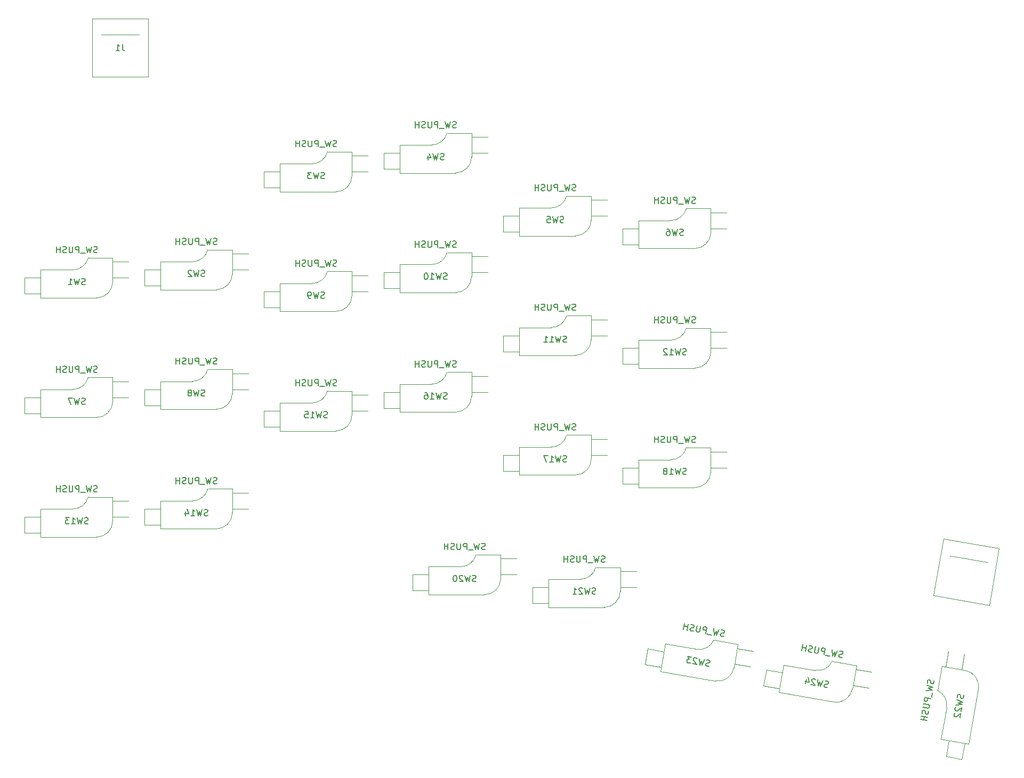
<source format=gbr>
%TF.GenerationSoftware,KiCad,Pcbnew,5.1.9*%
%TF.CreationDate,2021-05-05T06:58:16-05:00*%
%TF.ProjectId,monarch,6d6f6e61-7263-4682-9e6b-696361645f70,rev?*%
%TF.SameCoordinates,Original*%
%TF.FileFunction,Other,Fab,Bot*%
%FSLAX46Y46*%
G04 Gerber Fmt 4.6, Leading zero omitted, Abs format (unit mm)*
G04 Created by KiCad (PCBNEW 5.1.9) date 2021-05-05 06:58:16*
%MOMM*%
%LPD*%
G01*
G04 APERTURE LIST*
%ADD10C,0.100000*%
%ADD11C,0.120000*%
%ADD12C,0.150000*%
G04 APERTURE END LIST*
D10*
%TO.C,J2*%
X163574634Y-91298332D02*
X169483480Y-92340221D01*
X169779575Y-99155171D02*
X171371929Y-90124484D01*
X160965545Y-97601020D02*
X162557899Y-88570333D01*
X162557899Y-88570333D02*
X171371929Y-90124484D01*
X160965545Y-97601020D02*
X169779575Y-99155171D01*
D11*
%TO.C,SW18*%
X125575000Y-74126000D02*
X121765000Y-74126000D01*
X125575000Y-74126000D02*
X125575000Y-77936000D01*
X123035000Y-80476000D02*
X114145000Y-80476000D01*
X114145000Y-80476000D02*
X114145000Y-76031000D01*
X114145000Y-76031000D02*
X119225000Y-76031000D01*
X114145000Y-79841000D02*
X111605000Y-79841000D01*
X111605000Y-79841000D02*
X111605000Y-77301000D01*
X111605000Y-77301000D02*
X114145000Y-77301000D01*
X125575000Y-74761000D02*
X128115000Y-74761000D01*
X128115000Y-77301000D02*
X125575000Y-77301000D01*
X125575000Y-77936000D02*
G75*
G02*
X123035000Y-80476000I-2540000J0D01*
G01*
X121689162Y-74107040D02*
G75*
G02*
X119225000Y-76031000I-2464162J616040D01*
G01*
D10*
%TO.C,J1*%
X27300000Y-15160000D02*
X36250000Y-15160000D01*
X27300000Y-5990000D02*
X36250000Y-5990000D01*
X27300000Y-15160000D02*
X27300000Y-5990000D01*
X36250000Y-15160000D02*
X36250000Y-5990000D01*
X28775000Y-8500000D02*
X34775000Y-8500000D01*
D11*
%TO.C,SW15*%
X68575000Y-65126000D02*
X64765000Y-65126000D01*
X68575000Y-65126000D02*
X68575000Y-68936000D01*
X66035000Y-71476000D02*
X57145000Y-71476000D01*
X57145000Y-71476000D02*
X57145000Y-67031000D01*
X57145000Y-67031000D02*
X62225000Y-67031000D01*
X57145000Y-70841000D02*
X54605000Y-70841000D01*
X54605000Y-70841000D02*
X54605000Y-68301000D01*
X54605000Y-68301000D02*
X57145000Y-68301000D01*
X68575000Y-65761000D02*
X71115000Y-65761000D01*
X71115000Y-68301000D02*
X68575000Y-68301000D01*
X68575000Y-68936000D02*
G75*
G02*
X66035000Y-71476000I-2540000J0D01*
G01*
X64689162Y-65107040D02*
G75*
G02*
X62225000Y-67031000I-2464162J616040D01*
G01*
%TO.C,SW22*%
X162248019Y-108856737D02*
X161586419Y-112608855D01*
X162248019Y-108856737D02*
X166000136Y-109518337D01*
X168060482Y-112460815D02*
X166516749Y-121215756D01*
X166516749Y-121215756D02*
X162139279Y-120443890D01*
X162139279Y-120443890D02*
X163021412Y-115441066D01*
X165891396Y-121105489D02*
X165450330Y-123606901D01*
X165450330Y-123606901D02*
X162948918Y-123165835D01*
X162948918Y-123165835D02*
X163389985Y-120664423D01*
X162873372Y-108967004D02*
X163314438Y-106465592D01*
X165815850Y-106906659D02*
X165374783Y-109408070D01*
X161554578Y-112680248D02*
G75*
G02*
X163021412Y-115441066I-1034578J-2319752D01*
G01*
X166000136Y-109518337D02*
G75*
G02*
X168060482Y-112460815I-441066J-2501412D01*
G01*
%TO.C,SW24*%
X150643341Y-112295850D02*
X148141930Y-111854783D01*
X148582996Y-109353372D02*
X151084408Y-109794438D01*
X134384165Y-109428918D02*
X136885577Y-109869985D01*
X133943099Y-111930330D02*
X134384165Y-109428918D01*
X136444511Y-112371396D02*
X133943099Y-111930330D01*
X137106110Y-108619279D02*
X142108934Y-109501412D01*
X136334244Y-112996749D02*
X137106110Y-108619279D01*
X145089185Y-114540482D02*
X136334244Y-112996749D01*
X148693263Y-108728019D02*
X148031663Y-112480136D01*
X148693263Y-108728019D02*
X144941145Y-108066419D01*
X148031663Y-112480136D02*
G75*
G02*
X145089185Y-114540482I-2501412J441066D01*
G01*
X144869752Y-108034578D02*
G75*
G02*
X142108934Y-109501412I-2319752J1034578D01*
G01*
%TO.C,SW23*%
X131843341Y-108945850D02*
X129341930Y-108504783D01*
X129782996Y-106003372D02*
X132284408Y-106444438D01*
X115584165Y-106078918D02*
X118085577Y-106519985D01*
X115143099Y-108580330D02*
X115584165Y-106078918D01*
X117644511Y-109021396D02*
X115143099Y-108580330D01*
X118306110Y-105269279D02*
X123308934Y-106151412D01*
X117534244Y-109646749D02*
X118306110Y-105269279D01*
X126289185Y-111190482D02*
X117534244Y-109646749D01*
X129893263Y-105378019D02*
X129231663Y-109130136D01*
X129893263Y-105378019D02*
X126141145Y-104716419D01*
X129231663Y-109130136D02*
G75*
G02*
X126289185Y-111190482I-2501412J441066D01*
G01*
X126069752Y-104684578D02*
G75*
G02*
X123308934Y-106151412I-2319752J1034578D01*
G01*
%TO.C,SW1*%
X30575000Y-43976000D02*
X26765000Y-43976000D01*
X30575000Y-43976000D02*
X30575000Y-47786000D01*
X28035000Y-50326000D02*
X19145000Y-50326000D01*
X19145000Y-50326000D02*
X19145000Y-45881000D01*
X19145000Y-45881000D02*
X24225000Y-45881000D01*
X19145000Y-49691000D02*
X16605000Y-49691000D01*
X16605000Y-49691000D02*
X16605000Y-47151000D01*
X16605000Y-47151000D02*
X19145000Y-47151000D01*
X30575000Y-44611000D02*
X33115000Y-44611000D01*
X33115000Y-47151000D02*
X30575000Y-47151000D01*
X30575000Y-47786000D02*
G75*
G02*
X28035000Y-50326000I-2540000J0D01*
G01*
X26689162Y-43957040D02*
G75*
G02*
X24225000Y-45881000I-2464162J616040D01*
G01*
%TO.C,SW2*%
X49575000Y-42676000D02*
X45765000Y-42676000D01*
X49575000Y-42676000D02*
X49575000Y-46486000D01*
X47035000Y-49026000D02*
X38145000Y-49026000D01*
X38145000Y-49026000D02*
X38145000Y-44581000D01*
X38145000Y-44581000D02*
X43225000Y-44581000D01*
X38145000Y-48391000D02*
X35605000Y-48391000D01*
X35605000Y-48391000D02*
X35605000Y-45851000D01*
X35605000Y-45851000D02*
X38145000Y-45851000D01*
X49575000Y-43311000D02*
X52115000Y-43311000D01*
X52115000Y-45851000D02*
X49575000Y-45851000D01*
X49575000Y-46486000D02*
G75*
G02*
X47035000Y-49026000I-2540000J0D01*
G01*
X45689162Y-42657040D02*
G75*
G02*
X43225000Y-44581000I-2464162J616040D01*
G01*
%TO.C,SW3*%
X68575000Y-27126000D02*
X64765000Y-27126000D01*
X68575000Y-27126000D02*
X68575000Y-30936000D01*
X66035000Y-33476000D02*
X57145000Y-33476000D01*
X57145000Y-33476000D02*
X57145000Y-29031000D01*
X57145000Y-29031000D02*
X62225000Y-29031000D01*
X57145000Y-32841000D02*
X54605000Y-32841000D01*
X54605000Y-32841000D02*
X54605000Y-30301000D01*
X54605000Y-30301000D02*
X57145000Y-30301000D01*
X68575000Y-27761000D02*
X71115000Y-27761000D01*
X71115000Y-30301000D02*
X68575000Y-30301000D01*
X68575000Y-30936000D02*
G75*
G02*
X66035000Y-33476000I-2540000J0D01*
G01*
X64689162Y-27107040D02*
G75*
G02*
X62225000Y-29031000I-2464162J616040D01*
G01*
%TO.C,SW4*%
X87575000Y-24126000D02*
X83765000Y-24126000D01*
X87575000Y-24126000D02*
X87575000Y-27936000D01*
X85035000Y-30476000D02*
X76145000Y-30476000D01*
X76145000Y-30476000D02*
X76145000Y-26031000D01*
X76145000Y-26031000D02*
X81225000Y-26031000D01*
X76145000Y-29841000D02*
X73605000Y-29841000D01*
X73605000Y-29841000D02*
X73605000Y-27301000D01*
X73605000Y-27301000D02*
X76145000Y-27301000D01*
X87575000Y-24761000D02*
X90115000Y-24761000D01*
X90115000Y-27301000D02*
X87575000Y-27301000D01*
X87575000Y-27936000D02*
G75*
G02*
X85035000Y-30476000I-2540000J0D01*
G01*
X83689162Y-24107040D02*
G75*
G02*
X81225000Y-26031000I-2464162J616040D01*
G01*
%TO.C,SW5*%
X109115000Y-37301000D02*
X106575000Y-37301000D01*
X106575000Y-34761000D02*
X109115000Y-34761000D01*
X92605000Y-37301000D02*
X95145000Y-37301000D01*
X92605000Y-39841000D02*
X92605000Y-37301000D01*
X95145000Y-39841000D02*
X92605000Y-39841000D01*
X95145000Y-36031000D02*
X100225000Y-36031000D01*
X95145000Y-40476000D02*
X95145000Y-36031000D01*
X104035000Y-40476000D02*
X95145000Y-40476000D01*
X106575000Y-34126000D02*
X106575000Y-37936000D01*
X106575000Y-34126000D02*
X102765000Y-34126000D01*
X102689162Y-34107040D02*
G75*
G02*
X100225000Y-36031000I-2464162J616040D01*
G01*
X106575000Y-37936000D02*
G75*
G02*
X104035000Y-40476000I-2540000J0D01*
G01*
%TO.C,SW6*%
X125575000Y-36126000D02*
X121765000Y-36126000D01*
X125575000Y-36126000D02*
X125575000Y-39936000D01*
X123035000Y-42476000D02*
X114145000Y-42476000D01*
X114145000Y-42476000D02*
X114145000Y-38031000D01*
X114145000Y-38031000D02*
X119225000Y-38031000D01*
X114145000Y-41841000D02*
X111605000Y-41841000D01*
X111605000Y-41841000D02*
X111605000Y-39301000D01*
X111605000Y-39301000D02*
X114145000Y-39301000D01*
X125575000Y-36761000D02*
X128115000Y-36761000D01*
X128115000Y-39301000D02*
X125575000Y-39301000D01*
X125575000Y-39936000D02*
G75*
G02*
X123035000Y-42476000I-2540000J0D01*
G01*
X121689162Y-36107040D02*
G75*
G02*
X119225000Y-38031000I-2464162J616040D01*
G01*
%TO.C,SW7*%
X30575000Y-62976000D02*
X26765000Y-62976000D01*
X30575000Y-62976000D02*
X30575000Y-66786000D01*
X28035000Y-69326000D02*
X19145000Y-69326000D01*
X19145000Y-69326000D02*
X19145000Y-64881000D01*
X19145000Y-64881000D02*
X24225000Y-64881000D01*
X19145000Y-68691000D02*
X16605000Y-68691000D01*
X16605000Y-68691000D02*
X16605000Y-66151000D01*
X16605000Y-66151000D02*
X19145000Y-66151000D01*
X30575000Y-63611000D02*
X33115000Y-63611000D01*
X33115000Y-66151000D02*
X30575000Y-66151000D01*
X30575000Y-66786000D02*
G75*
G02*
X28035000Y-69326000I-2540000J0D01*
G01*
X26689162Y-62957040D02*
G75*
G02*
X24225000Y-64881000I-2464162J616040D01*
G01*
%TO.C,SW8*%
X49575000Y-61676000D02*
X45765000Y-61676000D01*
X49575000Y-61676000D02*
X49575000Y-65486000D01*
X47035000Y-68026000D02*
X38145000Y-68026000D01*
X38145000Y-68026000D02*
X38145000Y-63581000D01*
X38145000Y-63581000D02*
X43225000Y-63581000D01*
X38145000Y-67391000D02*
X35605000Y-67391000D01*
X35605000Y-67391000D02*
X35605000Y-64851000D01*
X35605000Y-64851000D02*
X38145000Y-64851000D01*
X49575000Y-62311000D02*
X52115000Y-62311000D01*
X52115000Y-64851000D02*
X49575000Y-64851000D01*
X49575000Y-65486000D02*
G75*
G02*
X47035000Y-68026000I-2540000J0D01*
G01*
X45689162Y-61657040D02*
G75*
G02*
X43225000Y-63581000I-2464162J616040D01*
G01*
%TO.C,SW9*%
X68575000Y-46126000D02*
X64765000Y-46126000D01*
X68575000Y-46126000D02*
X68575000Y-49936000D01*
X66035000Y-52476000D02*
X57145000Y-52476000D01*
X57145000Y-52476000D02*
X57145000Y-48031000D01*
X57145000Y-48031000D02*
X62225000Y-48031000D01*
X57145000Y-51841000D02*
X54605000Y-51841000D01*
X54605000Y-51841000D02*
X54605000Y-49301000D01*
X54605000Y-49301000D02*
X57145000Y-49301000D01*
X68575000Y-46761000D02*
X71115000Y-46761000D01*
X71115000Y-49301000D02*
X68575000Y-49301000D01*
X68575000Y-49936000D02*
G75*
G02*
X66035000Y-52476000I-2540000J0D01*
G01*
X64689162Y-46107040D02*
G75*
G02*
X62225000Y-48031000I-2464162J616040D01*
G01*
%TO.C,SW10*%
X87575000Y-43126000D02*
X83765000Y-43126000D01*
X87575000Y-43126000D02*
X87575000Y-46936000D01*
X85035000Y-49476000D02*
X76145000Y-49476000D01*
X76145000Y-49476000D02*
X76145000Y-45031000D01*
X76145000Y-45031000D02*
X81225000Y-45031000D01*
X76145000Y-48841000D02*
X73605000Y-48841000D01*
X73605000Y-48841000D02*
X73605000Y-46301000D01*
X73605000Y-46301000D02*
X76145000Y-46301000D01*
X87575000Y-43761000D02*
X90115000Y-43761000D01*
X90115000Y-46301000D02*
X87575000Y-46301000D01*
X87575000Y-46936000D02*
G75*
G02*
X85035000Y-49476000I-2540000J0D01*
G01*
X83689162Y-43107040D02*
G75*
G02*
X81225000Y-45031000I-2464162J616040D01*
G01*
%TO.C,SW11*%
X106575000Y-53126000D02*
X102765000Y-53126000D01*
X106575000Y-53126000D02*
X106575000Y-56936000D01*
X104035000Y-59476000D02*
X95145000Y-59476000D01*
X95145000Y-59476000D02*
X95145000Y-55031000D01*
X95145000Y-55031000D02*
X100225000Y-55031000D01*
X95145000Y-58841000D02*
X92605000Y-58841000D01*
X92605000Y-58841000D02*
X92605000Y-56301000D01*
X92605000Y-56301000D02*
X95145000Y-56301000D01*
X106575000Y-53761000D02*
X109115000Y-53761000D01*
X109115000Y-56301000D02*
X106575000Y-56301000D01*
X106575000Y-56936000D02*
G75*
G02*
X104035000Y-59476000I-2540000J0D01*
G01*
X102689162Y-53107040D02*
G75*
G02*
X100225000Y-55031000I-2464162J616040D01*
G01*
%TO.C,SW12*%
X125575000Y-55126000D02*
X121765000Y-55126000D01*
X125575000Y-55126000D02*
X125575000Y-58936000D01*
X123035000Y-61476000D02*
X114145000Y-61476000D01*
X114145000Y-61476000D02*
X114145000Y-57031000D01*
X114145000Y-57031000D02*
X119225000Y-57031000D01*
X114145000Y-60841000D02*
X111605000Y-60841000D01*
X111605000Y-60841000D02*
X111605000Y-58301000D01*
X111605000Y-58301000D02*
X114145000Y-58301000D01*
X125575000Y-55761000D02*
X128115000Y-55761000D01*
X128115000Y-58301000D02*
X125575000Y-58301000D01*
X125575000Y-58936000D02*
G75*
G02*
X123035000Y-61476000I-2540000J0D01*
G01*
X121689162Y-55107040D02*
G75*
G02*
X119225000Y-57031000I-2464162J616040D01*
G01*
%TO.C,SW13*%
X30575000Y-81976000D02*
X26765000Y-81976000D01*
X30575000Y-81976000D02*
X30575000Y-85786000D01*
X28035000Y-88326000D02*
X19145000Y-88326000D01*
X19145000Y-88326000D02*
X19145000Y-83881000D01*
X19145000Y-83881000D02*
X24225000Y-83881000D01*
X19145000Y-87691000D02*
X16605000Y-87691000D01*
X16605000Y-87691000D02*
X16605000Y-85151000D01*
X16605000Y-85151000D02*
X19145000Y-85151000D01*
X30575000Y-82611000D02*
X33115000Y-82611000D01*
X33115000Y-85151000D02*
X30575000Y-85151000D01*
X30575000Y-85786000D02*
G75*
G02*
X28035000Y-88326000I-2540000J0D01*
G01*
X26689162Y-81957040D02*
G75*
G02*
X24225000Y-83881000I-2464162J616040D01*
G01*
%TO.C,SW14*%
X49575000Y-80676000D02*
X45765000Y-80676000D01*
X49575000Y-80676000D02*
X49575000Y-84486000D01*
X47035000Y-87026000D02*
X38145000Y-87026000D01*
X38145000Y-87026000D02*
X38145000Y-82581000D01*
X38145000Y-82581000D02*
X43225000Y-82581000D01*
X38145000Y-86391000D02*
X35605000Y-86391000D01*
X35605000Y-86391000D02*
X35605000Y-83851000D01*
X35605000Y-83851000D02*
X38145000Y-83851000D01*
X49575000Y-81311000D02*
X52115000Y-81311000D01*
X52115000Y-83851000D02*
X49575000Y-83851000D01*
X49575000Y-84486000D02*
G75*
G02*
X47035000Y-87026000I-2540000J0D01*
G01*
X45689162Y-80657040D02*
G75*
G02*
X43225000Y-82581000I-2464162J616040D01*
G01*
%TO.C,SW16*%
X87575000Y-62126000D02*
X83765000Y-62126000D01*
X87575000Y-62126000D02*
X87575000Y-65936000D01*
X85035000Y-68476000D02*
X76145000Y-68476000D01*
X76145000Y-68476000D02*
X76145000Y-64031000D01*
X76145000Y-64031000D02*
X81225000Y-64031000D01*
X76145000Y-67841000D02*
X73605000Y-67841000D01*
X73605000Y-67841000D02*
X73605000Y-65301000D01*
X73605000Y-65301000D02*
X76145000Y-65301000D01*
X87575000Y-62761000D02*
X90115000Y-62761000D01*
X90115000Y-65301000D02*
X87575000Y-65301000D01*
X87575000Y-65936000D02*
G75*
G02*
X85035000Y-68476000I-2540000J0D01*
G01*
X83689162Y-62107040D02*
G75*
G02*
X81225000Y-64031000I-2464162J616040D01*
G01*
%TO.C,SW17*%
X106575000Y-72126000D02*
X102765000Y-72126000D01*
X106575000Y-72126000D02*
X106575000Y-75936000D01*
X104035000Y-78476000D02*
X95145000Y-78476000D01*
X95145000Y-78476000D02*
X95145000Y-74031000D01*
X95145000Y-74031000D02*
X100225000Y-74031000D01*
X95145000Y-77841000D02*
X92605000Y-77841000D01*
X92605000Y-77841000D02*
X92605000Y-75301000D01*
X92605000Y-75301000D02*
X95145000Y-75301000D01*
X106575000Y-72761000D02*
X109115000Y-72761000D01*
X109115000Y-75301000D02*
X106575000Y-75301000D01*
X106575000Y-75936000D02*
G75*
G02*
X104035000Y-78476000I-2540000J0D01*
G01*
X102689162Y-72107040D02*
G75*
G02*
X100225000Y-74031000I-2464162J616040D01*
G01*
%TO.C,SW20*%
X92187500Y-91135000D02*
X88377500Y-91135000D01*
X92187500Y-91135000D02*
X92187500Y-94945000D01*
X89647500Y-97485000D02*
X80757500Y-97485000D01*
X80757500Y-97485000D02*
X80757500Y-93040000D01*
X80757500Y-93040000D02*
X85837500Y-93040000D01*
X80757500Y-96850000D02*
X78217500Y-96850000D01*
X78217500Y-96850000D02*
X78217500Y-94310000D01*
X78217500Y-94310000D02*
X80757500Y-94310000D01*
X92187500Y-91770000D02*
X94727500Y-91770000D01*
X94727500Y-94310000D02*
X92187500Y-94310000D01*
X92187500Y-94945000D02*
G75*
G02*
X89647500Y-97485000I-2540000J0D01*
G01*
X88301662Y-91116040D02*
G75*
G02*
X85837500Y-93040000I-2464162J616040D01*
G01*
%TO.C,SW21*%
X113727500Y-96310000D02*
X111187500Y-96310000D01*
X111187500Y-93770000D02*
X113727500Y-93770000D01*
X97217500Y-96310000D02*
X99757500Y-96310000D01*
X97217500Y-98850000D02*
X97217500Y-96310000D01*
X99757500Y-98850000D02*
X97217500Y-98850000D01*
X99757500Y-95040000D02*
X104837500Y-95040000D01*
X99757500Y-99485000D02*
X99757500Y-95040000D01*
X108647500Y-99485000D02*
X99757500Y-99485000D01*
X111187500Y-93135000D02*
X111187500Y-96945000D01*
X111187500Y-93135000D02*
X107377500Y-93135000D01*
X107301662Y-93116040D02*
G75*
G02*
X104837500Y-95040000I-2464162J616040D01*
G01*
X111187500Y-96945000D02*
G75*
G02*
X108647500Y-99485000I-2540000J0D01*
G01*
%TD*%
%TO.C,SW18*%
D12*
X121669523Y-78340761D02*
X121526666Y-78388380D01*
X121288571Y-78388380D01*
X121193333Y-78340761D01*
X121145714Y-78293142D01*
X121098095Y-78197904D01*
X121098095Y-78102666D01*
X121145714Y-78007428D01*
X121193333Y-77959809D01*
X121288571Y-77912190D01*
X121479047Y-77864571D01*
X121574285Y-77816952D01*
X121621904Y-77769333D01*
X121669523Y-77674095D01*
X121669523Y-77578857D01*
X121621904Y-77483619D01*
X121574285Y-77436000D01*
X121479047Y-77388380D01*
X121240952Y-77388380D01*
X121098095Y-77436000D01*
X120764761Y-77388380D02*
X120526666Y-78388380D01*
X120336190Y-77674095D01*
X120145714Y-78388380D01*
X119907619Y-77388380D01*
X119002857Y-78388380D02*
X119574285Y-78388380D01*
X119288571Y-78388380D02*
X119288571Y-77388380D01*
X119383809Y-77531238D01*
X119479047Y-77626476D01*
X119574285Y-77674095D01*
X118431428Y-77816952D02*
X118526666Y-77769333D01*
X118574285Y-77721714D01*
X118621904Y-77626476D01*
X118621904Y-77578857D01*
X118574285Y-77483619D01*
X118526666Y-77436000D01*
X118431428Y-77388380D01*
X118240952Y-77388380D01*
X118145714Y-77436000D01*
X118098095Y-77483619D01*
X118050476Y-77578857D01*
X118050476Y-77626476D01*
X118098095Y-77721714D01*
X118145714Y-77769333D01*
X118240952Y-77816952D01*
X118431428Y-77816952D01*
X118526666Y-77864571D01*
X118574285Y-77912190D01*
X118621904Y-78007428D01*
X118621904Y-78197904D01*
X118574285Y-78293142D01*
X118526666Y-78340761D01*
X118431428Y-78388380D01*
X118240952Y-78388380D01*
X118145714Y-78340761D01*
X118098095Y-78293142D01*
X118050476Y-78197904D01*
X118050476Y-78007428D01*
X118098095Y-77912190D01*
X118145714Y-77864571D01*
X118240952Y-77816952D01*
X123121904Y-73260761D02*
X122979047Y-73308380D01*
X122740952Y-73308380D01*
X122645714Y-73260761D01*
X122598095Y-73213142D01*
X122550476Y-73117904D01*
X122550476Y-73022666D01*
X122598095Y-72927428D01*
X122645714Y-72879809D01*
X122740952Y-72832190D01*
X122931428Y-72784571D01*
X123026666Y-72736952D01*
X123074285Y-72689333D01*
X123121904Y-72594095D01*
X123121904Y-72498857D01*
X123074285Y-72403619D01*
X123026666Y-72356000D01*
X122931428Y-72308380D01*
X122693333Y-72308380D01*
X122550476Y-72356000D01*
X122217142Y-72308380D02*
X121979047Y-73308380D01*
X121788571Y-72594095D01*
X121598095Y-73308380D01*
X121360000Y-72308380D01*
X121217142Y-73403619D02*
X120455238Y-73403619D01*
X120217142Y-73308380D02*
X120217142Y-72308380D01*
X119836190Y-72308380D01*
X119740952Y-72356000D01*
X119693333Y-72403619D01*
X119645714Y-72498857D01*
X119645714Y-72641714D01*
X119693333Y-72736952D01*
X119740952Y-72784571D01*
X119836190Y-72832190D01*
X120217142Y-72832190D01*
X119217142Y-72308380D02*
X119217142Y-73117904D01*
X119169523Y-73213142D01*
X119121904Y-73260761D01*
X119026666Y-73308380D01*
X118836190Y-73308380D01*
X118740952Y-73260761D01*
X118693333Y-73213142D01*
X118645714Y-73117904D01*
X118645714Y-72308380D01*
X118217142Y-73260761D02*
X118074285Y-73308380D01*
X117836190Y-73308380D01*
X117740952Y-73260761D01*
X117693333Y-73213142D01*
X117645714Y-73117904D01*
X117645714Y-73022666D01*
X117693333Y-72927428D01*
X117740952Y-72879809D01*
X117836190Y-72832190D01*
X118026666Y-72784571D01*
X118121904Y-72736952D01*
X118169523Y-72689333D01*
X118217142Y-72594095D01*
X118217142Y-72498857D01*
X118169523Y-72403619D01*
X118121904Y-72356000D01*
X118026666Y-72308380D01*
X117788571Y-72308380D01*
X117645714Y-72356000D01*
X117217142Y-73308380D02*
X117217142Y-72308380D01*
X117217142Y-72784571D02*
X116645714Y-72784571D01*
X116645714Y-73308380D02*
X116645714Y-72308380D01*
%TO.C,J1*%
X32108333Y-10027380D02*
X32108333Y-10741666D01*
X32155952Y-10884523D01*
X32251190Y-10979761D01*
X32394047Y-11027380D01*
X32489285Y-11027380D01*
X31108333Y-11027380D02*
X31679761Y-11027380D01*
X31394047Y-11027380D02*
X31394047Y-10027380D01*
X31489285Y-10170238D01*
X31584523Y-10265476D01*
X31679761Y-10313095D01*
%TO.C,SW15*%
X64669523Y-69340761D02*
X64526666Y-69388380D01*
X64288571Y-69388380D01*
X64193333Y-69340761D01*
X64145714Y-69293142D01*
X64098095Y-69197904D01*
X64098095Y-69102666D01*
X64145714Y-69007428D01*
X64193333Y-68959809D01*
X64288571Y-68912190D01*
X64479047Y-68864571D01*
X64574285Y-68816952D01*
X64621904Y-68769333D01*
X64669523Y-68674095D01*
X64669523Y-68578857D01*
X64621904Y-68483619D01*
X64574285Y-68436000D01*
X64479047Y-68388380D01*
X64240952Y-68388380D01*
X64098095Y-68436000D01*
X63764761Y-68388380D02*
X63526666Y-69388380D01*
X63336190Y-68674095D01*
X63145714Y-69388380D01*
X62907619Y-68388380D01*
X62002857Y-69388380D02*
X62574285Y-69388380D01*
X62288571Y-69388380D02*
X62288571Y-68388380D01*
X62383809Y-68531238D01*
X62479047Y-68626476D01*
X62574285Y-68674095D01*
X61098095Y-68388380D02*
X61574285Y-68388380D01*
X61621904Y-68864571D01*
X61574285Y-68816952D01*
X61479047Y-68769333D01*
X61240952Y-68769333D01*
X61145714Y-68816952D01*
X61098095Y-68864571D01*
X61050476Y-68959809D01*
X61050476Y-69197904D01*
X61098095Y-69293142D01*
X61145714Y-69340761D01*
X61240952Y-69388380D01*
X61479047Y-69388380D01*
X61574285Y-69340761D01*
X61621904Y-69293142D01*
X66121904Y-64260761D02*
X65979047Y-64308380D01*
X65740952Y-64308380D01*
X65645714Y-64260761D01*
X65598095Y-64213142D01*
X65550476Y-64117904D01*
X65550476Y-64022666D01*
X65598095Y-63927428D01*
X65645714Y-63879809D01*
X65740952Y-63832190D01*
X65931428Y-63784571D01*
X66026666Y-63736952D01*
X66074285Y-63689333D01*
X66121904Y-63594095D01*
X66121904Y-63498857D01*
X66074285Y-63403619D01*
X66026666Y-63356000D01*
X65931428Y-63308380D01*
X65693333Y-63308380D01*
X65550476Y-63356000D01*
X65217142Y-63308380D02*
X64979047Y-64308380D01*
X64788571Y-63594095D01*
X64598095Y-64308380D01*
X64360000Y-63308380D01*
X64217142Y-64403619D02*
X63455238Y-64403619D01*
X63217142Y-64308380D02*
X63217142Y-63308380D01*
X62836190Y-63308380D01*
X62740952Y-63356000D01*
X62693333Y-63403619D01*
X62645714Y-63498857D01*
X62645714Y-63641714D01*
X62693333Y-63736952D01*
X62740952Y-63784571D01*
X62836190Y-63832190D01*
X63217142Y-63832190D01*
X62217142Y-63308380D02*
X62217142Y-64117904D01*
X62169523Y-64213142D01*
X62121904Y-64260761D01*
X62026666Y-64308380D01*
X61836190Y-64308380D01*
X61740952Y-64260761D01*
X61693333Y-64213142D01*
X61645714Y-64117904D01*
X61645714Y-63308380D01*
X61217142Y-64260761D02*
X61074285Y-64308380D01*
X60836190Y-64308380D01*
X60740952Y-64260761D01*
X60693333Y-64213142D01*
X60645714Y-64117904D01*
X60645714Y-64022666D01*
X60693333Y-63927428D01*
X60740952Y-63879809D01*
X60836190Y-63832190D01*
X61026666Y-63784571D01*
X61121904Y-63736952D01*
X61169523Y-63689333D01*
X61217142Y-63594095D01*
X61217142Y-63498857D01*
X61169523Y-63403619D01*
X61121904Y-63356000D01*
X61026666Y-63308380D01*
X60788571Y-63308380D01*
X60645714Y-63356000D01*
X60217142Y-64308380D02*
X60217142Y-63308380D01*
X60217142Y-63784571D02*
X59645714Y-63784571D01*
X59645714Y-64308380D02*
X59645714Y-63308380D01*
%TO.C,SW22*%
X160969950Y-111122317D02*
X160992039Y-111271272D01*
X160950694Y-111505750D01*
X160887260Y-111591273D01*
X160832096Y-111629899D01*
X160730036Y-111660257D01*
X160636244Y-111643719D01*
X160550722Y-111580286D01*
X160512096Y-111525121D01*
X160481738Y-111423061D01*
X160467918Y-111227209D01*
X160437560Y-111125149D01*
X160398934Y-111069985D01*
X160313411Y-111006551D01*
X160219620Y-110990013D01*
X160117560Y-111020371D01*
X160062396Y-111058998D01*
X159998962Y-111144520D01*
X159957617Y-111378998D01*
X159979706Y-111527954D01*
X159874928Y-111847954D02*
X160818391Y-112256080D01*
X160081881Y-112319628D01*
X160752239Y-112631245D01*
X159726086Y-112692075D01*
X160779878Y-113022948D02*
X160647575Y-113773277D01*
X160512439Y-113991218D02*
X159527631Y-113817569D01*
X159461480Y-114192734D01*
X159491837Y-114294794D01*
X159530464Y-114349959D01*
X159615986Y-114413393D01*
X159756673Y-114438199D01*
X159858733Y-114407842D01*
X159913898Y-114369215D01*
X159977331Y-114283693D01*
X160043483Y-113908528D01*
X159353983Y-114802377D02*
X160151208Y-114942949D01*
X160236731Y-115006383D01*
X160275357Y-115061548D01*
X160305715Y-115163608D01*
X160272639Y-115351190D01*
X160209206Y-115436712D01*
X160154041Y-115475339D01*
X160051981Y-115505697D01*
X159254756Y-115365124D01*
X160118247Y-115952564D02*
X160140336Y-116101520D01*
X160098991Y-116335998D01*
X160035557Y-116421520D01*
X159980393Y-116460147D01*
X159878333Y-116490505D01*
X159784541Y-116473967D01*
X159699019Y-116410533D01*
X159660393Y-116355369D01*
X159630035Y-116253308D01*
X159616215Y-116057457D01*
X159585857Y-115955397D01*
X159547231Y-115900232D01*
X159461709Y-115836799D01*
X159367917Y-115820261D01*
X159265857Y-115850618D01*
X159210693Y-115889245D01*
X159147259Y-115974767D01*
X159105914Y-116209245D01*
X159128003Y-116358201D01*
X159991494Y-116945641D02*
X159006687Y-116771993D01*
X159475643Y-116854682D02*
X159376415Y-117417430D01*
X159892267Y-117508388D02*
X158907459Y-117334740D01*
X165720570Y-113434766D02*
X165742658Y-113583721D01*
X165701314Y-113818199D01*
X165637880Y-113903722D01*
X165582715Y-113942348D01*
X165480655Y-113972706D01*
X165386864Y-113956168D01*
X165301342Y-113892735D01*
X165262715Y-113837570D01*
X165232358Y-113735510D01*
X165218538Y-113539658D01*
X165188180Y-113437598D01*
X165149553Y-113382434D01*
X165064031Y-113319000D01*
X164970240Y-113302462D01*
X164868180Y-113332820D01*
X164813015Y-113371447D01*
X164749582Y-113456969D01*
X164708237Y-113691447D01*
X164730326Y-113840403D01*
X164625547Y-114160403D02*
X165569010Y-114568529D01*
X164832500Y-114632077D01*
X165502859Y-114943694D01*
X164476706Y-115004524D01*
X164512614Y-115349331D02*
X164457450Y-115387958D01*
X164394016Y-115473480D01*
X164352672Y-115707958D01*
X164383029Y-115810018D01*
X164421656Y-115865183D01*
X164507178Y-115928616D01*
X164600969Y-115945154D01*
X164749925Y-115923065D01*
X165411900Y-115459546D01*
X165304403Y-116069189D01*
X164347235Y-116287243D02*
X164292071Y-116325870D01*
X164228637Y-116411392D01*
X164187292Y-116645870D01*
X164217650Y-116747930D01*
X164256277Y-116803095D01*
X164341799Y-116866528D01*
X164435590Y-116883066D01*
X164584546Y-116860978D01*
X165246521Y-116397458D01*
X165139024Y-117007101D01*
%TO.C,SW24*%
X144115233Y-112200570D02*
X143966278Y-112222658D01*
X143731800Y-112181314D01*
X143646277Y-112117880D01*
X143607651Y-112062715D01*
X143577293Y-111960655D01*
X143593831Y-111866864D01*
X143657264Y-111781342D01*
X143712429Y-111742715D01*
X143814489Y-111712358D01*
X144010341Y-111698538D01*
X144112401Y-111668180D01*
X144167565Y-111629553D01*
X144230999Y-111544031D01*
X144247537Y-111450240D01*
X144217179Y-111348180D01*
X144178552Y-111293015D01*
X144093030Y-111229582D01*
X143858552Y-111188237D01*
X143709596Y-111210326D01*
X143389596Y-111105547D02*
X142981470Y-112049010D01*
X142917922Y-111312500D01*
X142606305Y-111982859D01*
X142545475Y-110956706D01*
X142200668Y-110992614D02*
X142162041Y-110937450D01*
X142076519Y-110874016D01*
X141842041Y-110832672D01*
X141739981Y-110863029D01*
X141684816Y-110901656D01*
X141621383Y-110987178D01*
X141604845Y-111080969D01*
X141626934Y-111229925D01*
X142090453Y-111891900D01*
X141480810Y-111784403D01*
X140752455Y-110979024D02*
X140636690Y-111635562D01*
X141053085Y-110645204D02*
X141163528Y-111389983D01*
X140553885Y-111282486D01*
X146427682Y-107449950D02*
X146278727Y-107472039D01*
X146044249Y-107430694D01*
X145958726Y-107367260D01*
X145920100Y-107312096D01*
X145889742Y-107210036D01*
X145906280Y-107116244D01*
X145969713Y-107030722D01*
X146024878Y-106992096D01*
X146126938Y-106961738D01*
X146322790Y-106947918D01*
X146424850Y-106917560D01*
X146480014Y-106878934D01*
X146543448Y-106793411D01*
X146559986Y-106699620D01*
X146529628Y-106597560D01*
X146491001Y-106542396D01*
X146405479Y-106478962D01*
X146171001Y-106437617D01*
X146022045Y-106459706D01*
X145702045Y-106354928D02*
X145293919Y-107298391D01*
X145230371Y-106561881D01*
X144918754Y-107232239D01*
X144857924Y-106206086D01*
X144527051Y-107259878D02*
X143776722Y-107127575D01*
X143558781Y-106992439D02*
X143732430Y-106007631D01*
X143357265Y-105941480D01*
X143255205Y-105971837D01*
X143200040Y-106010464D01*
X143136606Y-106095986D01*
X143111800Y-106236673D01*
X143142157Y-106338733D01*
X143180784Y-106393898D01*
X143266306Y-106457331D01*
X143641471Y-106523483D01*
X142747622Y-105833983D02*
X142607050Y-106631208D01*
X142543616Y-106716731D01*
X142488451Y-106755357D01*
X142386391Y-106785715D01*
X142198809Y-106752639D01*
X142113287Y-106689206D01*
X142074660Y-106634041D01*
X142044302Y-106531981D01*
X142184875Y-105734756D01*
X141597435Y-106598247D02*
X141448479Y-106620336D01*
X141214001Y-106578991D01*
X141128479Y-106515557D01*
X141089852Y-106460393D01*
X141059494Y-106358333D01*
X141076032Y-106264541D01*
X141139466Y-106179019D01*
X141194630Y-106140393D01*
X141296691Y-106110035D01*
X141492542Y-106096215D01*
X141594602Y-106065857D01*
X141649767Y-106027231D01*
X141713200Y-105941709D01*
X141729738Y-105847917D01*
X141699381Y-105745857D01*
X141660754Y-105690693D01*
X141575232Y-105627259D01*
X141340754Y-105585914D01*
X141191798Y-105608003D01*
X140604358Y-106471494D02*
X140778006Y-105486687D01*
X140695317Y-105955643D02*
X140132569Y-105856415D01*
X140041611Y-106372267D02*
X140215259Y-105387459D01*
%TO.C,SW23*%
X125315233Y-108850570D02*
X125166278Y-108872658D01*
X124931800Y-108831314D01*
X124846277Y-108767880D01*
X124807651Y-108712715D01*
X124777293Y-108610655D01*
X124793831Y-108516864D01*
X124857264Y-108431342D01*
X124912429Y-108392715D01*
X125014489Y-108362358D01*
X125210341Y-108348538D01*
X125312401Y-108318180D01*
X125367565Y-108279553D01*
X125430999Y-108194031D01*
X125447537Y-108100240D01*
X125417179Y-107998180D01*
X125378552Y-107943015D01*
X125293030Y-107879582D01*
X125058552Y-107838237D01*
X124909596Y-107860326D01*
X124589596Y-107755547D02*
X124181470Y-108699010D01*
X124117922Y-107962500D01*
X123806305Y-108632859D01*
X123745475Y-107606706D01*
X123400668Y-107642614D02*
X123362041Y-107587450D01*
X123276519Y-107524016D01*
X123042041Y-107482672D01*
X122939981Y-107513029D01*
X122884816Y-107551656D01*
X122821383Y-107637178D01*
X122804845Y-107730969D01*
X122826934Y-107879925D01*
X123290453Y-108541900D01*
X122680810Y-108434403D01*
X122526189Y-107391713D02*
X121916546Y-107284217D01*
X122178664Y-107717264D01*
X122037977Y-107692457D01*
X121935917Y-107722815D01*
X121880752Y-107761442D01*
X121817319Y-107846964D01*
X121775974Y-108081442D01*
X121806332Y-108183502D01*
X121844958Y-108238667D01*
X121930481Y-108302100D01*
X122211854Y-108351714D01*
X122313915Y-108321356D01*
X122369079Y-108282730D01*
X127627682Y-104099950D02*
X127478727Y-104122039D01*
X127244249Y-104080694D01*
X127158726Y-104017260D01*
X127120100Y-103962096D01*
X127089742Y-103860036D01*
X127106280Y-103766244D01*
X127169713Y-103680722D01*
X127224878Y-103642096D01*
X127326938Y-103611738D01*
X127522790Y-103597918D01*
X127624850Y-103567560D01*
X127680014Y-103528934D01*
X127743448Y-103443411D01*
X127759986Y-103349620D01*
X127729628Y-103247560D01*
X127691001Y-103192396D01*
X127605479Y-103128962D01*
X127371001Y-103087617D01*
X127222045Y-103109706D01*
X126902045Y-103004928D02*
X126493919Y-103948391D01*
X126430371Y-103211881D01*
X126118754Y-103882239D01*
X126057924Y-102856086D01*
X125727051Y-103909878D02*
X124976722Y-103777575D01*
X124758781Y-103642439D02*
X124932430Y-102657631D01*
X124557265Y-102591480D01*
X124455205Y-102621837D01*
X124400040Y-102660464D01*
X124336606Y-102745986D01*
X124311800Y-102886673D01*
X124342157Y-102988733D01*
X124380784Y-103043898D01*
X124466306Y-103107331D01*
X124841471Y-103173483D01*
X123947622Y-102483983D02*
X123807050Y-103281208D01*
X123743616Y-103366731D01*
X123688451Y-103405357D01*
X123586391Y-103435715D01*
X123398809Y-103402639D01*
X123313287Y-103339206D01*
X123274660Y-103284041D01*
X123244302Y-103181981D01*
X123384875Y-102384756D01*
X122797435Y-103248247D02*
X122648479Y-103270336D01*
X122414001Y-103228991D01*
X122328479Y-103165557D01*
X122289852Y-103110393D01*
X122259494Y-103008333D01*
X122276032Y-102914541D01*
X122339466Y-102829019D01*
X122394630Y-102790393D01*
X122496691Y-102760035D01*
X122692542Y-102746215D01*
X122794602Y-102715857D01*
X122849767Y-102677231D01*
X122913200Y-102591709D01*
X122929738Y-102497917D01*
X122899381Y-102395857D01*
X122860754Y-102340693D01*
X122775232Y-102277259D01*
X122540754Y-102235914D01*
X122391798Y-102258003D01*
X121804358Y-103121494D02*
X121978006Y-102136687D01*
X121895317Y-102605643D02*
X121332569Y-102506415D01*
X121241611Y-103022267D02*
X121415259Y-102037459D01*
%TO.C,SW1*%
X26193333Y-48190761D02*
X26050476Y-48238380D01*
X25812380Y-48238380D01*
X25717142Y-48190761D01*
X25669523Y-48143142D01*
X25621904Y-48047904D01*
X25621904Y-47952666D01*
X25669523Y-47857428D01*
X25717142Y-47809809D01*
X25812380Y-47762190D01*
X26002857Y-47714571D01*
X26098095Y-47666952D01*
X26145714Y-47619333D01*
X26193333Y-47524095D01*
X26193333Y-47428857D01*
X26145714Y-47333619D01*
X26098095Y-47286000D01*
X26002857Y-47238380D01*
X25764761Y-47238380D01*
X25621904Y-47286000D01*
X25288571Y-47238380D02*
X25050476Y-48238380D01*
X24860000Y-47524095D01*
X24669523Y-48238380D01*
X24431428Y-47238380D01*
X23526666Y-48238380D02*
X24098095Y-48238380D01*
X23812380Y-48238380D02*
X23812380Y-47238380D01*
X23907619Y-47381238D01*
X24002857Y-47476476D01*
X24098095Y-47524095D01*
X28121904Y-43110761D02*
X27979047Y-43158380D01*
X27740952Y-43158380D01*
X27645714Y-43110761D01*
X27598095Y-43063142D01*
X27550476Y-42967904D01*
X27550476Y-42872666D01*
X27598095Y-42777428D01*
X27645714Y-42729809D01*
X27740952Y-42682190D01*
X27931428Y-42634571D01*
X28026666Y-42586952D01*
X28074285Y-42539333D01*
X28121904Y-42444095D01*
X28121904Y-42348857D01*
X28074285Y-42253619D01*
X28026666Y-42206000D01*
X27931428Y-42158380D01*
X27693333Y-42158380D01*
X27550476Y-42206000D01*
X27217142Y-42158380D02*
X26979047Y-43158380D01*
X26788571Y-42444095D01*
X26598095Y-43158380D01*
X26360000Y-42158380D01*
X26217142Y-43253619D02*
X25455238Y-43253619D01*
X25217142Y-43158380D02*
X25217142Y-42158380D01*
X24836190Y-42158380D01*
X24740952Y-42206000D01*
X24693333Y-42253619D01*
X24645714Y-42348857D01*
X24645714Y-42491714D01*
X24693333Y-42586952D01*
X24740952Y-42634571D01*
X24836190Y-42682190D01*
X25217142Y-42682190D01*
X24217142Y-42158380D02*
X24217142Y-42967904D01*
X24169523Y-43063142D01*
X24121904Y-43110761D01*
X24026666Y-43158380D01*
X23836190Y-43158380D01*
X23740952Y-43110761D01*
X23693333Y-43063142D01*
X23645714Y-42967904D01*
X23645714Y-42158380D01*
X23217142Y-43110761D02*
X23074285Y-43158380D01*
X22836190Y-43158380D01*
X22740952Y-43110761D01*
X22693333Y-43063142D01*
X22645714Y-42967904D01*
X22645714Y-42872666D01*
X22693333Y-42777428D01*
X22740952Y-42729809D01*
X22836190Y-42682190D01*
X23026666Y-42634571D01*
X23121904Y-42586952D01*
X23169523Y-42539333D01*
X23217142Y-42444095D01*
X23217142Y-42348857D01*
X23169523Y-42253619D01*
X23121904Y-42206000D01*
X23026666Y-42158380D01*
X22788571Y-42158380D01*
X22645714Y-42206000D01*
X22217142Y-43158380D02*
X22217142Y-42158380D01*
X22217142Y-42634571D02*
X21645714Y-42634571D01*
X21645714Y-43158380D02*
X21645714Y-42158380D01*
%TO.C,SW2*%
X45193333Y-46890761D02*
X45050476Y-46938380D01*
X44812380Y-46938380D01*
X44717142Y-46890761D01*
X44669523Y-46843142D01*
X44621904Y-46747904D01*
X44621904Y-46652666D01*
X44669523Y-46557428D01*
X44717142Y-46509809D01*
X44812380Y-46462190D01*
X45002857Y-46414571D01*
X45098095Y-46366952D01*
X45145714Y-46319333D01*
X45193333Y-46224095D01*
X45193333Y-46128857D01*
X45145714Y-46033619D01*
X45098095Y-45986000D01*
X45002857Y-45938380D01*
X44764761Y-45938380D01*
X44621904Y-45986000D01*
X44288571Y-45938380D02*
X44050476Y-46938380D01*
X43860000Y-46224095D01*
X43669523Y-46938380D01*
X43431428Y-45938380D01*
X43098095Y-46033619D02*
X43050476Y-45986000D01*
X42955238Y-45938380D01*
X42717142Y-45938380D01*
X42621904Y-45986000D01*
X42574285Y-46033619D01*
X42526666Y-46128857D01*
X42526666Y-46224095D01*
X42574285Y-46366952D01*
X43145714Y-46938380D01*
X42526666Y-46938380D01*
X47121904Y-41810761D02*
X46979047Y-41858380D01*
X46740952Y-41858380D01*
X46645714Y-41810761D01*
X46598095Y-41763142D01*
X46550476Y-41667904D01*
X46550476Y-41572666D01*
X46598095Y-41477428D01*
X46645714Y-41429809D01*
X46740952Y-41382190D01*
X46931428Y-41334571D01*
X47026666Y-41286952D01*
X47074285Y-41239333D01*
X47121904Y-41144095D01*
X47121904Y-41048857D01*
X47074285Y-40953619D01*
X47026666Y-40906000D01*
X46931428Y-40858380D01*
X46693333Y-40858380D01*
X46550476Y-40906000D01*
X46217142Y-40858380D02*
X45979047Y-41858380D01*
X45788571Y-41144095D01*
X45598095Y-41858380D01*
X45360000Y-40858380D01*
X45217142Y-41953619D02*
X44455238Y-41953619D01*
X44217142Y-41858380D02*
X44217142Y-40858380D01*
X43836190Y-40858380D01*
X43740952Y-40906000D01*
X43693333Y-40953619D01*
X43645714Y-41048857D01*
X43645714Y-41191714D01*
X43693333Y-41286952D01*
X43740952Y-41334571D01*
X43836190Y-41382190D01*
X44217142Y-41382190D01*
X43217142Y-40858380D02*
X43217142Y-41667904D01*
X43169523Y-41763142D01*
X43121904Y-41810761D01*
X43026666Y-41858380D01*
X42836190Y-41858380D01*
X42740952Y-41810761D01*
X42693333Y-41763142D01*
X42645714Y-41667904D01*
X42645714Y-40858380D01*
X42217142Y-41810761D02*
X42074285Y-41858380D01*
X41836190Y-41858380D01*
X41740952Y-41810761D01*
X41693333Y-41763142D01*
X41645714Y-41667904D01*
X41645714Y-41572666D01*
X41693333Y-41477428D01*
X41740952Y-41429809D01*
X41836190Y-41382190D01*
X42026666Y-41334571D01*
X42121904Y-41286952D01*
X42169523Y-41239333D01*
X42217142Y-41144095D01*
X42217142Y-41048857D01*
X42169523Y-40953619D01*
X42121904Y-40906000D01*
X42026666Y-40858380D01*
X41788571Y-40858380D01*
X41645714Y-40906000D01*
X41217142Y-41858380D02*
X41217142Y-40858380D01*
X41217142Y-41334571D02*
X40645714Y-41334571D01*
X40645714Y-41858380D02*
X40645714Y-40858380D01*
%TO.C,SW3*%
X64193333Y-31340761D02*
X64050476Y-31388380D01*
X63812380Y-31388380D01*
X63717142Y-31340761D01*
X63669523Y-31293142D01*
X63621904Y-31197904D01*
X63621904Y-31102666D01*
X63669523Y-31007428D01*
X63717142Y-30959809D01*
X63812380Y-30912190D01*
X64002857Y-30864571D01*
X64098095Y-30816952D01*
X64145714Y-30769333D01*
X64193333Y-30674095D01*
X64193333Y-30578857D01*
X64145714Y-30483619D01*
X64098095Y-30436000D01*
X64002857Y-30388380D01*
X63764761Y-30388380D01*
X63621904Y-30436000D01*
X63288571Y-30388380D02*
X63050476Y-31388380D01*
X62860000Y-30674095D01*
X62669523Y-31388380D01*
X62431428Y-30388380D01*
X62145714Y-30388380D02*
X61526666Y-30388380D01*
X61860000Y-30769333D01*
X61717142Y-30769333D01*
X61621904Y-30816952D01*
X61574285Y-30864571D01*
X61526666Y-30959809D01*
X61526666Y-31197904D01*
X61574285Y-31293142D01*
X61621904Y-31340761D01*
X61717142Y-31388380D01*
X62002857Y-31388380D01*
X62098095Y-31340761D01*
X62145714Y-31293142D01*
X66121904Y-26260761D02*
X65979047Y-26308380D01*
X65740952Y-26308380D01*
X65645714Y-26260761D01*
X65598095Y-26213142D01*
X65550476Y-26117904D01*
X65550476Y-26022666D01*
X65598095Y-25927428D01*
X65645714Y-25879809D01*
X65740952Y-25832190D01*
X65931428Y-25784571D01*
X66026666Y-25736952D01*
X66074285Y-25689333D01*
X66121904Y-25594095D01*
X66121904Y-25498857D01*
X66074285Y-25403619D01*
X66026666Y-25356000D01*
X65931428Y-25308380D01*
X65693333Y-25308380D01*
X65550476Y-25356000D01*
X65217142Y-25308380D02*
X64979047Y-26308380D01*
X64788571Y-25594095D01*
X64598095Y-26308380D01*
X64360000Y-25308380D01*
X64217142Y-26403619D02*
X63455238Y-26403619D01*
X63217142Y-26308380D02*
X63217142Y-25308380D01*
X62836190Y-25308380D01*
X62740952Y-25356000D01*
X62693333Y-25403619D01*
X62645714Y-25498857D01*
X62645714Y-25641714D01*
X62693333Y-25736952D01*
X62740952Y-25784571D01*
X62836190Y-25832190D01*
X63217142Y-25832190D01*
X62217142Y-25308380D02*
X62217142Y-26117904D01*
X62169523Y-26213142D01*
X62121904Y-26260761D01*
X62026666Y-26308380D01*
X61836190Y-26308380D01*
X61740952Y-26260761D01*
X61693333Y-26213142D01*
X61645714Y-26117904D01*
X61645714Y-25308380D01*
X61217142Y-26260761D02*
X61074285Y-26308380D01*
X60836190Y-26308380D01*
X60740952Y-26260761D01*
X60693333Y-26213142D01*
X60645714Y-26117904D01*
X60645714Y-26022666D01*
X60693333Y-25927428D01*
X60740952Y-25879809D01*
X60836190Y-25832190D01*
X61026666Y-25784571D01*
X61121904Y-25736952D01*
X61169523Y-25689333D01*
X61217142Y-25594095D01*
X61217142Y-25498857D01*
X61169523Y-25403619D01*
X61121904Y-25356000D01*
X61026666Y-25308380D01*
X60788571Y-25308380D01*
X60645714Y-25356000D01*
X60217142Y-26308380D02*
X60217142Y-25308380D01*
X60217142Y-25784571D02*
X59645714Y-25784571D01*
X59645714Y-26308380D02*
X59645714Y-25308380D01*
%TO.C,SW4*%
X83193333Y-28340761D02*
X83050476Y-28388380D01*
X82812380Y-28388380D01*
X82717142Y-28340761D01*
X82669523Y-28293142D01*
X82621904Y-28197904D01*
X82621904Y-28102666D01*
X82669523Y-28007428D01*
X82717142Y-27959809D01*
X82812380Y-27912190D01*
X83002857Y-27864571D01*
X83098095Y-27816952D01*
X83145714Y-27769333D01*
X83193333Y-27674095D01*
X83193333Y-27578857D01*
X83145714Y-27483619D01*
X83098095Y-27436000D01*
X83002857Y-27388380D01*
X82764761Y-27388380D01*
X82621904Y-27436000D01*
X82288571Y-27388380D02*
X82050476Y-28388380D01*
X81860000Y-27674095D01*
X81669523Y-28388380D01*
X81431428Y-27388380D01*
X80621904Y-27721714D02*
X80621904Y-28388380D01*
X80860000Y-27340761D02*
X81098095Y-28055047D01*
X80479047Y-28055047D01*
X85121904Y-23260761D02*
X84979047Y-23308380D01*
X84740952Y-23308380D01*
X84645714Y-23260761D01*
X84598095Y-23213142D01*
X84550476Y-23117904D01*
X84550476Y-23022666D01*
X84598095Y-22927428D01*
X84645714Y-22879809D01*
X84740952Y-22832190D01*
X84931428Y-22784571D01*
X85026666Y-22736952D01*
X85074285Y-22689333D01*
X85121904Y-22594095D01*
X85121904Y-22498857D01*
X85074285Y-22403619D01*
X85026666Y-22356000D01*
X84931428Y-22308380D01*
X84693333Y-22308380D01*
X84550476Y-22356000D01*
X84217142Y-22308380D02*
X83979047Y-23308380D01*
X83788571Y-22594095D01*
X83598095Y-23308380D01*
X83360000Y-22308380D01*
X83217142Y-23403619D02*
X82455238Y-23403619D01*
X82217142Y-23308380D02*
X82217142Y-22308380D01*
X81836190Y-22308380D01*
X81740952Y-22356000D01*
X81693333Y-22403619D01*
X81645714Y-22498857D01*
X81645714Y-22641714D01*
X81693333Y-22736952D01*
X81740952Y-22784571D01*
X81836190Y-22832190D01*
X82217142Y-22832190D01*
X81217142Y-22308380D02*
X81217142Y-23117904D01*
X81169523Y-23213142D01*
X81121904Y-23260761D01*
X81026666Y-23308380D01*
X80836190Y-23308380D01*
X80740952Y-23260761D01*
X80693333Y-23213142D01*
X80645714Y-23117904D01*
X80645714Y-22308380D01*
X80217142Y-23260761D02*
X80074285Y-23308380D01*
X79836190Y-23308380D01*
X79740952Y-23260761D01*
X79693333Y-23213142D01*
X79645714Y-23117904D01*
X79645714Y-23022666D01*
X79693333Y-22927428D01*
X79740952Y-22879809D01*
X79836190Y-22832190D01*
X80026666Y-22784571D01*
X80121904Y-22736952D01*
X80169523Y-22689333D01*
X80217142Y-22594095D01*
X80217142Y-22498857D01*
X80169523Y-22403619D01*
X80121904Y-22356000D01*
X80026666Y-22308380D01*
X79788571Y-22308380D01*
X79645714Y-22356000D01*
X79217142Y-23308380D02*
X79217142Y-22308380D01*
X79217142Y-22784571D02*
X78645714Y-22784571D01*
X78645714Y-23308380D02*
X78645714Y-22308380D01*
%TO.C,SW5*%
X104121904Y-33260761D02*
X103979047Y-33308380D01*
X103740952Y-33308380D01*
X103645714Y-33260761D01*
X103598095Y-33213142D01*
X103550476Y-33117904D01*
X103550476Y-33022666D01*
X103598095Y-32927428D01*
X103645714Y-32879809D01*
X103740952Y-32832190D01*
X103931428Y-32784571D01*
X104026666Y-32736952D01*
X104074285Y-32689333D01*
X104121904Y-32594095D01*
X104121904Y-32498857D01*
X104074285Y-32403619D01*
X104026666Y-32356000D01*
X103931428Y-32308380D01*
X103693333Y-32308380D01*
X103550476Y-32356000D01*
X103217142Y-32308380D02*
X102979047Y-33308380D01*
X102788571Y-32594095D01*
X102598095Y-33308380D01*
X102360000Y-32308380D01*
X102217142Y-33403619D02*
X101455238Y-33403619D01*
X101217142Y-33308380D02*
X101217142Y-32308380D01*
X100836190Y-32308380D01*
X100740952Y-32356000D01*
X100693333Y-32403619D01*
X100645714Y-32498857D01*
X100645714Y-32641714D01*
X100693333Y-32736952D01*
X100740952Y-32784571D01*
X100836190Y-32832190D01*
X101217142Y-32832190D01*
X100217142Y-32308380D02*
X100217142Y-33117904D01*
X100169523Y-33213142D01*
X100121904Y-33260761D01*
X100026666Y-33308380D01*
X99836190Y-33308380D01*
X99740952Y-33260761D01*
X99693333Y-33213142D01*
X99645714Y-33117904D01*
X99645714Y-32308380D01*
X99217142Y-33260761D02*
X99074285Y-33308380D01*
X98836190Y-33308380D01*
X98740952Y-33260761D01*
X98693333Y-33213142D01*
X98645714Y-33117904D01*
X98645714Y-33022666D01*
X98693333Y-32927428D01*
X98740952Y-32879809D01*
X98836190Y-32832190D01*
X99026666Y-32784571D01*
X99121904Y-32736952D01*
X99169523Y-32689333D01*
X99217142Y-32594095D01*
X99217142Y-32498857D01*
X99169523Y-32403619D01*
X99121904Y-32356000D01*
X99026666Y-32308380D01*
X98788571Y-32308380D01*
X98645714Y-32356000D01*
X98217142Y-33308380D02*
X98217142Y-32308380D01*
X98217142Y-32784571D02*
X97645714Y-32784571D01*
X97645714Y-33308380D02*
X97645714Y-32308380D01*
X102193333Y-38340761D02*
X102050476Y-38388380D01*
X101812380Y-38388380D01*
X101717142Y-38340761D01*
X101669523Y-38293142D01*
X101621904Y-38197904D01*
X101621904Y-38102666D01*
X101669523Y-38007428D01*
X101717142Y-37959809D01*
X101812380Y-37912190D01*
X102002857Y-37864571D01*
X102098095Y-37816952D01*
X102145714Y-37769333D01*
X102193333Y-37674095D01*
X102193333Y-37578857D01*
X102145714Y-37483619D01*
X102098095Y-37436000D01*
X102002857Y-37388380D01*
X101764761Y-37388380D01*
X101621904Y-37436000D01*
X101288571Y-37388380D02*
X101050476Y-38388380D01*
X100860000Y-37674095D01*
X100669523Y-38388380D01*
X100431428Y-37388380D01*
X99574285Y-37388380D02*
X100050476Y-37388380D01*
X100098095Y-37864571D01*
X100050476Y-37816952D01*
X99955238Y-37769333D01*
X99717142Y-37769333D01*
X99621904Y-37816952D01*
X99574285Y-37864571D01*
X99526666Y-37959809D01*
X99526666Y-38197904D01*
X99574285Y-38293142D01*
X99621904Y-38340761D01*
X99717142Y-38388380D01*
X99955238Y-38388380D01*
X100050476Y-38340761D01*
X100098095Y-38293142D01*
%TO.C,SW6*%
X121193333Y-40340761D02*
X121050476Y-40388380D01*
X120812380Y-40388380D01*
X120717142Y-40340761D01*
X120669523Y-40293142D01*
X120621904Y-40197904D01*
X120621904Y-40102666D01*
X120669523Y-40007428D01*
X120717142Y-39959809D01*
X120812380Y-39912190D01*
X121002857Y-39864571D01*
X121098095Y-39816952D01*
X121145714Y-39769333D01*
X121193333Y-39674095D01*
X121193333Y-39578857D01*
X121145714Y-39483619D01*
X121098095Y-39436000D01*
X121002857Y-39388380D01*
X120764761Y-39388380D01*
X120621904Y-39436000D01*
X120288571Y-39388380D02*
X120050476Y-40388380D01*
X119860000Y-39674095D01*
X119669523Y-40388380D01*
X119431428Y-39388380D01*
X118621904Y-39388380D02*
X118812380Y-39388380D01*
X118907619Y-39436000D01*
X118955238Y-39483619D01*
X119050476Y-39626476D01*
X119098095Y-39816952D01*
X119098095Y-40197904D01*
X119050476Y-40293142D01*
X119002857Y-40340761D01*
X118907619Y-40388380D01*
X118717142Y-40388380D01*
X118621904Y-40340761D01*
X118574285Y-40293142D01*
X118526666Y-40197904D01*
X118526666Y-39959809D01*
X118574285Y-39864571D01*
X118621904Y-39816952D01*
X118717142Y-39769333D01*
X118907619Y-39769333D01*
X119002857Y-39816952D01*
X119050476Y-39864571D01*
X119098095Y-39959809D01*
X123121904Y-35260761D02*
X122979047Y-35308380D01*
X122740952Y-35308380D01*
X122645714Y-35260761D01*
X122598095Y-35213142D01*
X122550476Y-35117904D01*
X122550476Y-35022666D01*
X122598095Y-34927428D01*
X122645714Y-34879809D01*
X122740952Y-34832190D01*
X122931428Y-34784571D01*
X123026666Y-34736952D01*
X123074285Y-34689333D01*
X123121904Y-34594095D01*
X123121904Y-34498857D01*
X123074285Y-34403619D01*
X123026666Y-34356000D01*
X122931428Y-34308380D01*
X122693333Y-34308380D01*
X122550476Y-34356000D01*
X122217142Y-34308380D02*
X121979047Y-35308380D01*
X121788571Y-34594095D01*
X121598095Y-35308380D01*
X121360000Y-34308380D01*
X121217142Y-35403619D02*
X120455238Y-35403619D01*
X120217142Y-35308380D02*
X120217142Y-34308380D01*
X119836190Y-34308380D01*
X119740952Y-34356000D01*
X119693333Y-34403619D01*
X119645714Y-34498857D01*
X119645714Y-34641714D01*
X119693333Y-34736952D01*
X119740952Y-34784571D01*
X119836190Y-34832190D01*
X120217142Y-34832190D01*
X119217142Y-34308380D02*
X119217142Y-35117904D01*
X119169523Y-35213142D01*
X119121904Y-35260761D01*
X119026666Y-35308380D01*
X118836190Y-35308380D01*
X118740952Y-35260761D01*
X118693333Y-35213142D01*
X118645714Y-35117904D01*
X118645714Y-34308380D01*
X118217142Y-35260761D02*
X118074285Y-35308380D01*
X117836190Y-35308380D01*
X117740952Y-35260761D01*
X117693333Y-35213142D01*
X117645714Y-35117904D01*
X117645714Y-35022666D01*
X117693333Y-34927428D01*
X117740952Y-34879809D01*
X117836190Y-34832190D01*
X118026666Y-34784571D01*
X118121904Y-34736952D01*
X118169523Y-34689333D01*
X118217142Y-34594095D01*
X118217142Y-34498857D01*
X118169523Y-34403619D01*
X118121904Y-34356000D01*
X118026666Y-34308380D01*
X117788571Y-34308380D01*
X117645714Y-34356000D01*
X117217142Y-35308380D02*
X117217142Y-34308380D01*
X117217142Y-34784571D02*
X116645714Y-34784571D01*
X116645714Y-35308380D02*
X116645714Y-34308380D01*
%TO.C,SW7*%
X26193333Y-67190761D02*
X26050476Y-67238380D01*
X25812380Y-67238380D01*
X25717142Y-67190761D01*
X25669523Y-67143142D01*
X25621904Y-67047904D01*
X25621904Y-66952666D01*
X25669523Y-66857428D01*
X25717142Y-66809809D01*
X25812380Y-66762190D01*
X26002857Y-66714571D01*
X26098095Y-66666952D01*
X26145714Y-66619333D01*
X26193333Y-66524095D01*
X26193333Y-66428857D01*
X26145714Y-66333619D01*
X26098095Y-66286000D01*
X26002857Y-66238380D01*
X25764761Y-66238380D01*
X25621904Y-66286000D01*
X25288571Y-66238380D02*
X25050476Y-67238380D01*
X24860000Y-66524095D01*
X24669523Y-67238380D01*
X24431428Y-66238380D01*
X24145714Y-66238380D02*
X23479047Y-66238380D01*
X23907619Y-67238380D01*
X28121904Y-62110761D02*
X27979047Y-62158380D01*
X27740952Y-62158380D01*
X27645714Y-62110761D01*
X27598095Y-62063142D01*
X27550476Y-61967904D01*
X27550476Y-61872666D01*
X27598095Y-61777428D01*
X27645714Y-61729809D01*
X27740952Y-61682190D01*
X27931428Y-61634571D01*
X28026666Y-61586952D01*
X28074285Y-61539333D01*
X28121904Y-61444095D01*
X28121904Y-61348857D01*
X28074285Y-61253619D01*
X28026666Y-61206000D01*
X27931428Y-61158380D01*
X27693333Y-61158380D01*
X27550476Y-61206000D01*
X27217142Y-61158380D02*
X26979047Y-62158380D01*
X26788571Y-61444095D01*
X26598095Y-62158380D01*
X26360000Y-61158380D01*
X26217142Y-62253619D02*
X25455238Y-62253619D01*
X25217142Y-62158380D02*
X25217142Y-61158380D01*
X24836190Y-61158380D01*
X24740952Y-61206000D01*
X24693333Y-61253619D01*
X24645714Y-61348857D01*
X24645714Y-61491714D01*
X24693333Y-61586952D01*
X24740952Y-61634571D01*
X24836190Y-61682190D01*
X25217142Y-61682190D01*
X24217142Y-61158380D02*
X24217142Y-61967904D01*
X24169523Y-62063142D01*
X24121904Y-62110761D01*
X24026666Y-62158380D01*
X23836190Y-62158380D01*
X23740952Y-62110761D01*
X23693333Y-62063142D01*
X23645714Y-61967904D01*
X23645714Y-61158380D01*
X23217142Y-62110761D02*
X23074285Y-62158380D01*
X22836190Y-62158380D01*
X22740952Y-62110761D01*
X22693333Y-62063142D01*
X22645714Y-61967904D01*
X22645714Y-61872666D01*
X22693333Y-61777428D01*
X22740952Y-61729809D01*
X22836190Y-61682190D01*
X23026666Y-61634571D01*
X23121904Y-61586952D01*
X23169523Y-61539333D01*
X23217142Y-61444095D01*
X23217142Y-61348857D01*
X23169523Y-61253619D01*
X23121904Y-61206000D01*
X23026666Y-61158380D01*
X22788571Y-61158380D01*
X22645714Y-61206000D01*
X22217142Y-62158380D02*
X22217142Y-61158380D01*
X22217142Y-61634571D02*
X21645714Y-61634571D01*
X21645714Y-62158380D02*
X21645714Y-61158380D01*
%TO.C,SW8*%
X45193333Y-65890761D02*
X45050476Y-65938380D01*
X44812380Y-65938380D01*
X44717142Y-65890761D01*
X44669523Y-65843142D01*
X44621904Y-65747904D01*
X44621904Y-65652666D01*
X44669523Y-65557428D01*
X44717142Y-65509809D01*
X44812380Y-65462190D01*
X45002857Y-65414571D01*
X45098095Y-65366952D01*
X45145714Y-65319333D01*
X45193333Y-65224095D01*
X45193333Y-65128857D01*
X45145714Y-65033619D01*
X45098095Y-64986000D01*
X45002857Y-64938380D01*
X44764761Y-64938380D01*
X44621904Y-64986000D01*
X44288571Y-64938380D02*
X44050476Y-65938380D01*
X43860000Y-65224095D01*
X43669523Y-65938380D01*
X43431428Y-64938380D01*
X42907619Y-65366952D02*
X43002857Y-65319333D01*
X43050476Y-65271714D01*
X43098095Y-65176476D01*
X43098095Y-65128857D01*
X43050476Y-65033619D01*
X43002857Y-64986000D01*
X42907619Y-64938380D01*
X42717142Y-64938380D01*
X42621904Y-64986000D01*
X42574285Y-65033619D01*
X42526666Y-65128857D01*
X42526666Y-65176476D01*
X42574285Y-65271714D01*
X42621904Y-65319333D01*
X42717142Y-65366952D01*
X42907619Y-65366952D01*
X43002857Y-65414571D01*
X43050476Y-65462190D01*
X43098095Y-65557428D01*
X43098095Y-65747904D01*
X43050476Y-65843142D01*
X43002857Y-65890761D01*
X42907619Y-65938380D01*
X42717142Y-65938380D01*
X42621904Y-65890761D01*
X42574285Y-65843142D01*
X42526666Y-65747904D01*
X42526666Y-65557428D01*
X42574285Y-65462190D01*
X42621904Y-65414571D01*
X42717142Y-65366952D01*
X47121904Y-60810761D02*
X46979047Y-60858380D01*
X46740952Y-60858380D01*
X46645714Y-60810761D01*
X46598095Y-60763142D01*
X46550476Y-60667904D01*
X46550476Y-60572666D01*
X46598095Y-60477428D01*
X46645714Y-60429809D01*
X46740952Y-60382190D01*
X46931428Y-60334571D01*
X47026666Y-60286952D01*
X47074285Y-60239333D01*
X47121904Y-60144095D01*
X47121904Y-60048857D01*
X47074285Y-59953619D01*
X47026666Y-59906000D01*
X46931428Y-59858380D01*
X46693333Y-59858380D01*
X46550476Y-59906000D01*
X46217142Y-59858380D02*
X45979047Y-60858380D01*
X45788571Y-60144095D01*
X45598095Y-60858380D01*
X45360000Y-59858380D01*
X45217142Y-60953619D02*
X44455238Y-60953619D01*
X44217142Y-60858380D02*
X44217142Y-59858380D01*
X43836190Y-59858380D01*
X43740952Y-59906000D01*
X43693333Y-59953619D01*
X43645714Y-60048857D01*
X43645714Y-60191714D01*
X43693333Y-60286952D01*
X43740952Y-60334571D01*
X43836190Y-60382190D01*
X44217142Y-60382190D01*
X43217142Y-59858380D02*
X43217142Y-60667904D01*
X43169523Y-60763142D01*
X43121904Y-60810761D01*
X43026666Y-60858380D01*
X42836190Y-60858380D01*
X42740952Y-60810761D01*
X42693333Y-60763142D01*
X42645714Y-60667904D01*
X42645714Y-59858380D01*
X42217142Y-60810761D02*
X42074285Y-60858380D01*
X41836190Y-60858380D01*
X41740952Y-60810761D01*
X41693333Y-60763142D01*
X41645714Y-60667904D01*
X41645714Y-60572666D01*
X41693333Y-60477428D01*
X41740952Y-60429809D01*
X41836190Y-60382190D01*
X42026666Y-60334571D01*
X42121904Y-60286952D01*
X42169523Y-60239333D01*
X42217142Y-60144095D01*
X42217142Y-60048857D01*
X42169523Y-59953619D01*
X42121904Y-59906000D01*
X42026666Y-59858380D01*
X41788571Y-59858380D01*
X41645714Y-59906000D01*
X41217142Y-60858380D02*
X41217142Y-59858380D01*
X41217142Y-60334571D02*
X40645714Y-60334571D01*
X40645714Y-60858380D02*
X40645714Y-59858380D01*
%TO.C,SW9*%
X64193333Y-50340761D02*
X64050476Y-50388380D01*
X63812380Y-50388380D01*
X63717142Y-50340761D01*
X63669523Y-50293142D01*
X63621904Y-50197904D01*
X63621904Y-50102666D01*
X63669523Y-50007428D01*
X63717142Y-49959809D01*
X63812380Y-49912190D01*
X64002857Y-49864571D01*
X64098095Y-49816952D01*
X64145714Y-49769333D01*
X64193333Y-49674095D01*
X64193333Y-49578857D01*
X64145714Y-49483619D01*
X64098095Y-49436000D01*
X64002857Y-49388380D01*
X63764761Y-49388380D01*
X63621904Y-49436000D01*
X63288571Y-49388380D02*
X63050476Y-50388380D01*
X62860000Y-49674095D01*
X62669523Y-50388380D01*
X62431428Y-49388380D01*
X62002857Y-50388380D02*
X61812380Y-50388380D01*
X61717142Y-50340761D01*
X61669523Y-50293142D01*
X61574285Y-50150285D01*
X61526666Y-49959809D01*
X61526666Y-49578857D01*
X61574285Y-49483619D01*
X61621904Y-49436000D01*
X61717142Y-49388380D01*
X61907619Y-49388380D01*
X62002857Y-49436000D01*
X62050476Y-49483619D01*
X62098095Y-49578857D01*
X62098095Y-49816952D01*
X62050476Y-49912190D01*
X62002857Y-49959809D01*
X61907619Y-50007428D01*
X61717142Y-50007428D01*
X61621904Y-49959809D01*
X61574285Y-49912190D01*
X61526666Y-49816952D01*
X66121904Y-45260761D02*
X65979047Y-45308380D01*
X65740952Y-45308380D01*
X65645714Y-45260761D01*
X65598095Y-45213142D01*
X65550476Y-45117904D01*
X65550476Y-45022666D01*
X65598095Y-44927428D01*
X65645714Y-44879809D01*
X65740952Y-44832190D01*
X65931428Y-44784571D01*
X66026666Y-44736952D01*
X66074285Y-44689333D01*
X66121904Y-44594095D01*
X66121904Y-44498857D01*
X66074285Y-44403619D01*
X66026666Y-44356000D01*
X65931428Y-44308380D01*
X65693333Y-44308380D01*
X65550476Y-44356000D01*
X65217142Y-44308380D02*
X64979047Y-45308380D01*
X64788571Y-44594095D01*
X64598095Y-45308380D01*
X64360000Y-44308380D01*
X64217142Y-45403619D02*
X63455238Y-45403619D01*
X63217142Y-45308380D02*
X63217142Y-44308380D01*
X62836190Y-44308380D01*
X62740952Y-44356000D01*
X62693333Y-44403619D01*
X62645714Y-44498857D01*
X62645714Y-44641714D01*
X62693333Y-44736952D01*
X62740952Y-44784571D01*
X62836190Y-44832190D01*
X63217142Y-44832190D01*
X62217142Y-44308380D02*
X62217142Y-45117904D01*
X62169523Y-45213142D01*
X62121904Y-45260761D01*
X62026666Y-45308380D01*
X61836190Y-45308380D01*
X61740952Y-45260761D01*
X61693333Y-45213142D01*
X61645714Y-45117904D01*
X61645714Y-44308380D01*
X61217142Y-45260761D02*
X61074285Y-45308380D01*
X60836190Y-45308380D01*
X60740952Y-45260761D01*
X60693333Y-45213142D01*
X60645714Y-45117904D01*
X60645714Y-45022666D01*
X60693333Y-44927428D01*
X60740952Y-44879809D01*
X60836190Y-44832190D01*
X61026666Y-44784571D01*
X61121904Y-44736952D01*
X61169523Y-44689333D01*
X61217142Y-44594095D01*
X61217142Y-44498857D01*
X61169523Y-44403619D01*
X61121904Y-44356000D01*
X61026666Y-44308380D01*
X60788571Y-44308380D01*
X60645714Y-44356000D01*
X60217142Y-45308380D02*
X60217142Y-44308380D01*
X60217142Y-44784571D02*
X59645714Y-44784571D01*
X59645714Y-45308380D02*
X59645714Y-44308380D01*
%TO.C,SW10*%
X83669523Y-47340761D02*
X83526666Y-47388380D01*
X83288571Y-47388380D01*
X83193333Y-47340761D01*
X83145714Y-47293142D01*
X83098095Y-47197904D01*
X83098095Y-47102666D01*
X83145714Y-47007428D01*
X83193333Y-46959809D01*
X83288571Y-46912190D01*
X83479047Y-46864571D01*
X83574285Y-46816952D01*
X83621904Y-46769333D01*
X83669523Y-46674095D01*
X83669523Y-46578857D01*
X83621904Y-46483619D01*
X83574285Y-46436000D01*
X83479047Y-46388380D01*
X83240952Y-46388380D01*
X83098095Y-46436000D01*
X82764761Y-46388380D02*
X82526666Y-47388380D01*
X82336190Y-46674095D01*
X82145714Y-47388380D01*
X81907619Y-46388380D01*
X81002857Y-47388380D02*
X81574285Y-47388380D01*
X81288571Y-47388380D02*
X81288571Y-46388380D01*
X81383809Y-46531238D01*
X81479047Y-46626476D01*
X81574285Y-46674095D01*
X80383809Y-46388380D02*
X80288571Y-46388380D01*
X80193333Y-46436000D01*
X80145714Y-46483619D01*
X80098095Y-46578857D01*
X80050476Y-46769333D01*
X80050476Y-47007428D01*
X80098095Y-47197904D01*
X80145714Y-47293142D01*
X80193333Y-47340761D01*
X80288571Y-47388380D01*
X80383809Y-47388380D01*
X80479047Y-47340761D01*
X80526666Y-47293142D01*
X80574285Y-47197904D01*
X80621904Y-47007428D01*
X80621904Y-46769333D01*
X80574285Y-46578857D01*
X80526666Y-46483619D01*
X80479047Y-46436000D01*
X80383809Y-46388380D01*
X85121904Y-42260761D02*
X84979047Y-42308380D01*
X84740952Y-42308380D01*
X84645714Y-42260761D01*
X84598095Y-42213142D01*
X84550476Y-42117904D01*
X84550476Y-42022666D01*
X84598095Y-41927428D01*
X84645714Y-41879809D01*
X84740952Y-41832190D01*
X84931428Y-41784571D01*
X85026666Y-41736952D01*
X85074285Y-41689333D01*
X85121904Y-41594095D01*
X85121904Y-41498857D01*
X85074285Y-41403619D01*
X85026666Y-41356000D01*
X84931428Y-41308380D01*
X84693333Y-41308380D01*
X84550476Y-41356000D01*
X84217142Y-41308380D02*
X83979047Y-42308380D01*
X83788571Y-41594095D01*
X83598095Y-42308380D01*
X83360000Y-41308380D01*
X83217142Y-42403619D02*
X82455238Y-42403619D01*
X82217142Y-42308380D02*
X82217142Y-41308380D01*
X81836190Y-41308380D01*
X81740952Y-41356000D01*
X81693333Y-41403619D01*
X81645714Y-41498857D01*
X81645714Y-41641714D01*
X81693333Y-41736952D01*
X81740952Y-41784571D01*
X81836190Y-41832190D01*
X82217142Y-41832190D01*
X81217142Y-41308380D02*
X81217142Y-42117904D01*
X81169523Y-42213142D01*
X81121904Y-42260761D01*
X81026666Y-42308380D01*
X80836190Y-42308380D01*
X80740952Y-42260761D01*
X80693333Y-42213142D01*
X80645714Y-42117904D01*
X80645714Y-41308380D01*
X80217142Y-42260761D02*
X80074285Y-42308380D01*
X79836190Y-42308380D01*
X79740952Y-42260761D01*
X79693333Y-42213142D01*
X79645714Y-42117904D01*
X79645714Y-42022666D01*
X79693333Y-41927428D01*
X79740952Y-41879809D01*
X79836190Y-41832190D01*
X80026666Y-41784571D01*
X80121904Y-41736952D01*
X80169523Y-41689333D01*
X80217142Y-41594095D01*
X80217142Y-41498857D01*
X80169523Y-41403619D01*
X80121904Y-41356000D01*
X80026666Y-41308380D01*
X79788571Y-41308380D01*
X79645714Y-41356000D01*
X79217142Y-42308380D02*
X79217142Y-41308380D01*
X79217142Y-41784571D02*
X78645714Y-41784571D01*
X78645714Y-42308380D02*
X78645714Y-41308380D01*
%TO.C,SW11*%
X102669523Y-57340761D02*
X102526666Y-57388380D01*
X102288571Y-57388380D01*
X102193333Y-57340761D01*
X102145714Y-57293142D01*
X102098095Y-57197904D01*
X102098095Y-57102666D01*
X102145714Y-57007428D01*
X102193333Y-56959809D01*
X102288571Y-56912190D01*
X102479047Y-56864571D01*
X102574285Y-56816952D01*
X102621904Y-56769333D01*
X102669523Y-56674095D01*
X102669523Y-56578857D01*
X102621904Y-56483619D01*
X102574285Y-56436000D01*
X102479047Y-56388380D01*
X102240952Y-56388380D01*
X102098095Y-56436000D01*
X101764761Y-56388380D02*
X101526666Y-57388380D01*
X101336190Y-56674095D01*
X101145714Y-57388380D01*
X100907619Y-56388380D01*
X100002857Y-57388380D02*
X100574285Y-57388380D01*
X100288571Y-57388380D02*
X100288571Y-56388380D01*
X100383809Y-56531238D01*
X100479047Y-56626476D01*
X100574285Y-56674095D01*
X99050476Y-57388380D02*
X99621904Y-57388380D01*
X99336190Y-57388380D02*
X99336190Y-56388380D01*
X99431428Y-56531238D01*
X99526666Y-56626476D01*
X99621904Y-56674095D01*
X104121904Y-52260761D02*
X103979047Y-52308380D01*
X103740952Y-52308380D01*
X103645714Y-52260761D01*
X103598095Y-52213142D01*
X103550476Y-52117904D01*
X103550476Y-52022666D01*
X103598095Y-51927428D01*
X103645714Y-51879809D01*
X103740952Y-51832190D01*
X103931428Y-51784571D01*
X104026666Y-51736952D01*
X104074285Y-51689333D01*
X104121904Y-51594095D01*
X104121904Y-51498857D01*
X104074285Y-51403619D01*
X104026666Y-51356000D01*
X103931428Y-51308380D01*
X103693333Y-51308380D01*
X103550476Y-51356000D01*
X103217142Y-51308380D02*
X102979047Y-52308380D01*
X102788571Y-51594095D01*
X102598095Y-52308380D01*
X102360000Y-51308380D01*
X102217142Y-52403619D02*
X101455238Y-52403619D01*
X101217142Y-52308380D02*
X101217142Y-51308380D01*
X100836190Y-51308380D01*
X100740952Y-51356000D01*
X100693333Y-51403619D01*
X100645714Y-51498857D01*
X100645714Y-51641714D01*
X100693333Y-51736952D01*
X100740952Y-51784571D01*
X100836190Y-51832190D01*
X101217142Y-51832190D01*
X100217142Y-51308380D02*
X100217142Y-52117904D01*
X100169523Y-52213142D01*
X100121904Y-52260761D01*
X100026666Y-52308380D01*
X99836190Y-52308380D01*
X99740952Y-52260761D01*
X99693333Y-52213142D01*
X99645714Y-52117904D01*
X99645714Y-51308380D01*
X99217142Y-52260761D02*
X99074285Y-52308380D01*
X98836190Y-52308380D01*
X98740952Y-52260761D01*
X98693333Y-52213142D01*
X98645714Y-52117904D01*
X98645714Y-52022666D01*
X98693333Y-51927428D01*
X98740952Y-51879809D01*
X98836190Y-51832190D01*
X99026666Y-51784571D01*
X99121904Y-51736952D01*
X99169523Y-51689333D01*
X99217142Y-51594095D01*
X99217142Y-51498857D01*
X99169523Y-51403619D01*
X99121904Y-51356000D01*
X99026666Y-51308380D01*
X98788571Y-51308380D01*
X98645714Y-51356000D01*
X98217142Y-52308380D02*
X98217142Y-51308380D01*
X98217142Y-51784571D02*
X97645714Y-51784571D01*
X97645714Y-52308380D02*
X97645714Y-51308380D01*
%TO.C,SW12*%
X121669523Y-59340761D02*
X121526666Y-59388380D01*
X121288571Y-59388380D01*
X121193333Y-59340761D01*
X121145714Y-59293142D01*
X121098095Y-59197904D01*
X121098095Y-59102666D01*
X121145714Y-59007428D01*
X121193333Y-58959809D01*
X121288571Y-58912190D01*
X121479047Y-58864571D01*
X121574285Y-58816952D01*
X121621904Y-58769333D01*
X121669523Y-58674095D01*
X121669523Y-58578857D01*
X121621904Y-58483619D01*
X121574285Y-58436000D01*
X121479047Y-58388380D01*
X121240952Y-58388380D01*
X121098095Y-58436000D01*
X120764761Y-58388380D02*
X120526666Y-59388380D01*
X120336190Y-58674095D01*
X120145714Y-59388380D01*
X119907619Y-58388380D01*
X119002857Y-59388380D02*
X119574285Y-59388380D01*
X119288571Y-59388380D02*
X119288571Y-58388380D01*
X119383809Y-58531238D01*
X119479047Y-58626476D01*
X119574285Y-58674095D01*
X118621904Y-58483619D02*
X118574285Y-58436000D01*
X118479047Y-58388380D01*
X118240952Y-58388380D01*
X118145714Y-58436000D01*
X118098095Y-58483619D01*
X118050476Y-58578857D01*
X118050476Y-58674095D01*
X118098095Y-58816952D01*
X118669523Y-59388380D01*
X118050476Y-59388380D01*
X123121904Y-54260761D02*
X122979047Y-54308380D01*
X122740952Y-54308380D01*
X122645714Y-54260761D01*
X122598095Y-54213142D01*
X122550476Y-54117904D01*
X122550476Y-54022666D01*
X122598095Y-53927428D01*
X122645714Y-53879809D01*
X122740952Y-53832190D01*
X122931428Y-53784571D01*
X123026666Y-53736952D01*
X123074285Y-53689333D01*
X123121904Y-53594095D01*
X123121904Y-53498857D01*
X123074285Y-53403619D01*
X123026666Y-53356000D01*
X122931428Y-53308380D01*
X122693333Y-53308380D01*
X122550476Y-53356000D01*
X122217142Y-53308380D02*
X121979047Y-54308380D01*
X121788571Y-53594095D01*
X121598095Y-54308380D01*
X121360000Y-53308380D01*
X121217142Y-54403619D02*
X120455238Y-54403619D01*
X120217142Y-54308380D02*
X120217142Y-53308380D01*
X119836190Y-53308380D01*
X119740952Y-53356000D01*
X119693333Y-53403619D01*
X119645714Y-53498857D01*
X119645714Y-53641714D01*
X119693333Y-53736952D01*
X119740952Y-53784571D01*
X119836190Y-53832190D01*
X120217142Y-53832190D01*
X119217142Y-53308380D02*
X119217142Y-54117904D01*
X119169523Y-54213142D01*
X119121904Y-54260761D01*
X119026666Y-54308380D01*
X118836190Y-54308380D01*
X118740952Y-54260761D01*
X118693333Y-54213142D01*
X118645714Y-54117904D01*
X118645714Y-53308380D01*
X118217142Y-54260761D02*
X118074285Y-54308380D01*
X117836190Y-54308380D01*
X117740952Y-54260761D01*
X117693333Y-54213142D01*
X117645714Y-54117904D01*
X117645714Y-54022666D01*
X117693333Y-53927428D01*
X117740952Y-53879809D01*
X117836190Y-53832190D01*
X118026666Y-53784571D01*
X118121904Y-53736952D01*
X118169523Y-53689333D01*
X118217142Y-53594095D01*
X118217142Y-53498857D01*
X118169523Y-53403619D01*
X118121904Y-53356000D01*
X118026666Y-53308380D01*
X117788571Y-53308380D01*
X117645714Y-53356000D01*
X117217142Y-54308380D02*
X117217142Y-53308380D01*
X117217142Y-53784571D02*
X116645714Y-53784571D01*
X116645714Y-54308380D02*
X116645714Y-53308380D01*
%TO.C,SW13*%
X26669523Y-86190761D02*
X26526666Y-86238380D01*
X26288571Y-86238380D01*
X26193333Y-86190761D01*
X26145714Y-86143142D01*
X26098095Y-86047904D01*
X26098095Y-85952666D01*
X26145714Y-85857428D01*
X26193333Y-85809809D01*
X26288571Y-85762190D01*
X26479047Y-85714571D01*
X26574285Y-85666952D01*
X26621904Y-85619333D01*
X26669523Y-85524095D01*
X26669523Y-85428857D01*
X26621904Y-85333619D01*
X26574285Y-85286000D01*
X26479047Y-85238380D01*
X26240952Y-85238380D01*
X26098095Y-85286000D01*
X25764761Y-85238380D02*
X25526666Y-86238380D01*
X25336190Y-85524095D01*
X25145714Y-86238380D01*
X24907619Y-85238380D01*
X24002857Y-86238380D02*
X24574285Y-86238380D01*
X24288571Y-86238380D02*
X24288571Y-85238380D01*
X24383809Y-85381238D01*
X24479047Y-85476476D01*
X24574285Y-85524095D01*
X23669523Y-85238380D02*
X23050476Y-85238380D01*
X23383809Y-85619333D01*
X23240952Y-85619333D01*
X23145714Y-85666952D01*
X23098095Y-85714571D01*
X23050476Y-85809809D01*
X23050476Y-86047904D01*
X23098095Y-86143142D01*
X23145714Y-86190761D01*
X23240952Y-86238380D01*
X23526666Y-86238380D01*
X23621904Y-86190761D01*
X23669523Y-86143142D01*
X28121904Y-81110761D02*
X27979047Y-81158380D01*
X27740952Y-81158380D01*
X27645714Y-81110761D01*
X27598095Y-81063142D01*
X27550476Y-80967904D01*
X27550476Y-80872666D01*
X27598095Y-80777428D01*
X27645714Y-80729809D01*
X27740952Y-80682190D01*
X27931428Y-80634571D01*
X28026666Y-80586952D01*
X28074285Y-80539333D01*
X28121904Y-80444095D01*
X28121904Y-80348857D01*
X28074285Y-80253619D01*
X28026666Y-80206000D01*
X27931428Y-80158380D01*
X27693333Y-80158380D01*
X27550476Y-80206000D01*
X27217142Y-80158380D02*
X26979047Y-81158380D01*
X26788571Y-80444095D01*
X26598095Y-81158380D01*
X26360000Y-80158380D01*
X26217142Y-81253619D02*
X25455238Y-81253619D01*
X25217142Y-81158380D02*
X25217142Y-80158380D01*
X24836190Y-80158380D01*
X24740952Y-80206000D01*
X24693333Y-80253619D01*
X24645714Y-80348857D01*
X24645714Y-80491714D01*
X24693333Y-80586952D01*
X24740952Y-80634571D01*
X24836190Y-80682190D01*
X25217142Y-80682190D01*
X24217142Y-80158380D02*
X24217142Y-80967904D01*
X24169523Y-81063142D01*
X24121904Y-81110761D01*
X24026666Y-81158380D01*
X23836190Y-81158380D01*
X23740952Y-81110761D01*
X23693333Y-81063142D01*
X23645714Y-80967904D01*
X23645714Y-80158380D01*
X23217142Y-81110761D02*
X23074285Y-81158380D01*
X22836190Y-81158380D01*
X22740952Y-81110761D01*
X22693333Y-81063142D01*
X22645714Y-80967904D01*
X22645714Y-80872666D01*
X22693333Y-80777428D01*
X22740952Y-80729809D01*
X22836190Y-80682190D01*
X23026666Y-80634571D01*
X23121904Y-80586952D01*
X23169523Y-80539333D01*
X23217142Y-80444095D01*
X23217142Y-80348857D01*
X23169523Y-80253619D01*
X23121904Y-80206000D01*
X23026666Y-80158380D01*
X22788571Y-80158380D01*
X22645714Y-80206000D01*
X22217142Y-81158380D02*
X22217142Y-80158380D01*
X22217142Y-80634571D02*
X21645714Y-80634571D01*
X21645714Y-81158380D02*
X21645714Y-80158380D01*
%TO.C,SW14*%
X45669523Y-84890761D02*
X45526666Y-84938380D01*
X45288571Y-84938380D01*
X45193333Y-84890761D01*
X45145714Y-84843142D01*
X45098095Y-84747904D01*
X45098095Y-84652666D01*
X45145714Y-84557428D01*
X45193333Y-84509809D01*
X45288571Y-84462190D01*
X45479047Y-84414571D01*
X45574285Y-84366952D01*
X45621904Y-84319333D01*
X45669523Y-84224095D01*
X45669523Y-84128857D01*
X45621904Y-84033619D01*
X45574285Y-83986000D01*
X45479047Y-83938380D01*
X45240952Y-83938380D01*
X45098095Y-83986000D01*
X44764761Y-83938380D02*
X44526666Y-84938380D01*
X44336190Y-84224095D01*
X44145714Y-84938380D01*
X43907619Y-83938380D01*
X43002857Y-84938380D02*
X43574285Y-84938380D01*
X43288571Y-84938380D02*
X43288571Y-83938380D01*
X43383809Y-84081238D01*
X43479047Y-84176476D01*
X43574285Y-84224095D01*
X42145714Y-84271714D02*
X42145714Y-84938380D01*
X42383809Y-83890761D02*
X42621904Y-84605047D01*
X42002857Y-84605047D01*
X47121904Y-79810761D02*
X46979047Y-79858380D01*
X46740952Y-79858380D01*
X46645714Y-79810761D01*
X46598095Y-79763142D01*
X46550476Y-79667904D01*
X46550476Y-79572666D01*
X46598095Y-79477428D01*
X46645714Y-79429809D01*
X46740952Y-79382190D01*
X46931428Y-79334571D01*
X47026666Y-79286952D01*
X47074285Y-79239333D01*
X47121904Y-79144095D01*
X47121904Y-79048857D01*
X47074285Y-78953619D01*
X47026666Y-78906000D01*
X46931428Y-78858380D01*
X46693333Y-78858380D01*
X46550476Y-78906000D01*
X46217142Y-78858380D02*
X45979047Y-79858380D01*
X45788571Y-79144095D01*
X45598095Y-79858380D01*
X45360000Y-78858380D01*
X45217142Y-79953619D02*
X44455238Y-79953619D01*
X44217142Y-79858380D02*
X44217142Y-78858380D01*
X43836190Y-78858380D01*
X43740952Y-78906000D01*
X43693333Y-78953619D01*
X43645714Y-79048857D01*
X43645714Y-79191714D01*
X43693333Y-79286952D01*
X43740952Y-79334571D01*
X43836190Y-79382190D01*
X44217142Y-79382190D01*
X43217142Y-78858380D02*
X43217142Y-79667904D01*
X43169523Y-79763142D01*
X43121904Y-79810761D01*
X43026666Y-79858380D01*
X42836190Y-79858380D01*
X42740952Y-79810761D01*
X42693333Y-79763142D01*
X42645714Y-79667904D01*
X42645714Y-78858380D01*
X42217142Y-79810761D02*
X42074285Y-79858380D01*
X41836190Y-79858380D01*
X41740952Y-79810761D01*
X41693333Y-79763142D01*
X41645714Y-79667904D01*
X41645714Y-79572666D01*
X41693333Y-79477428D01*
X41740952Y-79429809D01*
X41836190Y-79382190D01*
X42026666Y-79334571D01*
X42121904Y-79286952D01*
X42169523Y-79239333D01*
X42217142Y-79144095D01*
X42217142Y-79048857D01*
X42169523Y-78953619D01*
X42121904Y-78906000D01*
X42026666Y-78858380D01*
X41788571Y-78858380D01*
X41645714Y-78906000D01*
X41217142Y-79858380D02*
X41217142Y-78858380D01*
X41217142Y-79334571D02*
X40645714Y-79334571D01*
X40645714Y-79858380D02*
X40645714Y-78858380D01*
%TO.C,SW16*%
X83669523Y-66340761D02*
X83526666Y-66388380D01*
X83288571Y-66388380D01*
X83193333Y-66340761D01*
X83145714Y-66293142D01*
X83098095Y-66197904D01*
X83098095Y-66102666D01*
X83145714Y-66007428D01*
X83193333Y-65959809D01*
X83288571Y-65912190D01*
X83479047Y-65864571D01*
X83574285Y-65816952D01*
X83621904Y-65769333D01*
X83669523Y-65674095D01*
X83669523Y-65578857D01*
X83621904Y-65483619D01*
X83574285Y-65436000D01*
X83479047Y-65388380D01*
X83240952Y-65388380D01*
X83098095Y-65436000D01*
X82764761Y-65388380D02*
X82526666Y-66388380D01*
X82336190Y-65674095D01*
X82145714Y-66388380D01*
X81907619Y-65388380D01*
X81002857Y-66388380D02*
X81574285Y-66388380D01*
X81288571Y-66388380D02*
X81288571Y-65388380D01*
X81383809Y-65531238D01*
X81479047Y-65626476D01*
X81574285Y-65674095D01*
X80145714Y-65388380D02*
X80336190Y-65388380D01*
X80431428Y-65436000D01*
X80479047Y-65483619D01*
X80574285Y-65626476D01*
X80621904Y-65816952D01*
X80621904Y-66197904D01*
X80574285Y-66293142D01*
X80526666Y-66340761D01*
X80431428Y-66388380D01*
X80240952Y-66388380D01*
X80145714Y-66340761D01*
X80098095Y-66293142D01*
X80050476Y-66197904D01*
X80050476Y-65959809D01*
X80098095Y-65864571D01*
X80145714Y-65816952D01*
X80240952Y-65769333D01*
X80431428Y-65769333D01*
X80526666Y-65816952D01*
X80574285Y-65864571D01*
X80621904Y-65959809D01*
X85121904Y-61260761D02*
X84979047Y-61308380D01*
X84740952Y-61308380D01*
X84645714Y-61260761D01*
X84598095Y-61213142D01*
X84550476Y-61117904D01*
X84550476Y-61022666D01*
X84598095Y-60927428D01*
X84645714Y-60879809D01*
X84740952Y-60832190D01*
X84931428Y-60784571D01*
X85026666Y-60736952D01*
X85074285Y-60689333D01*
X85121904Y-60594095D01*
X85121904Y-60498857D01*
X85074285Y-60403619D01*
X85026666Y-60356000D01*
X84931428Y-60308380D01*
X84693333Y-60308380D01*
X84550476Y-60356000D01*
X84217142Y-60308380D02*
X83979047Y-61308380D01*
X83788571Y-60594095D01*
X83598095Y-61308380D01*
X83360000Y-60308380D01*
X83217142Y-61403619D02*
X82455238Y-61403619D01*
X82217142Y-61308380D02*
X82217142Y-60308380D01*
X81836190Y-60308380D01*
X81740952Y-60356000D01*
X81693333Y-60403619D01*
X81645714Y-60498857D01*
X81645714Y-60641714D01*
X81693333Y-60736952D01*
X81740952Y-60784571D01*
X81836190Y-60832190D01*
X82217142Y-60832190D01*
X81217142Y-60308380D02*
X81217142Y-61117904D01*
X81169523Y-61213142D01*
X81121904Y-61260761D01*
X81026666Y-61308380D01*
X80836190Y-61308380D01*
X80740952Y-61260761D01*
X80693333Y-61213142D01*
X80645714Y-61117904D01*
X80645714Y-60308380D01*
X80217142Y-61260761D02*
X80074285Y-61308380D01*
X79836190Y-61308380D01*
X79740952Y-61260761D01*
X79693333Y-61213142D01*
X79645714Y-61117904D01*
X79645714Y-61022666D01*
X79693333Y-60927428D01*
X79740952Y-60879809D01*
X79836190Y-60832190D01*
X80026666Y-60784571D01*
X80121904Y-60736952D01*
X80169523Y-60689333D01*
X80217142Y-60594095D01*
X80217142Y-60498857D01*
X80169523Y-60403619D01*
X80121904Y-60356000D01*
X80026666Y-60308380D01*
X79788571Y-60308380D01*
X79645714Y-60356000D01*
X79217142Y-61308380D02*
X79217142Y-60308380D01*
X79217142Y-60784571D02*
X78645714Y-60784571D01*
X78645714Y-61308380D02*
X78645714Y-60308380D01*
%TO.C,SW17*%
X102669523Y-76340761D02*
X102526666Y-76388380D01*
X102288571Y-76388380D01*
X102193333Y-76340761D01*
X102145714Y-76293142D01*
X102098095Y-76197904D01*
X102098095Y-76102666D01*
X102145714Y-76007428D01*
X102193333Y-75959809D01*
X102288571Y-75912190D01*
X102479047Y-75864571D01*
X102574285Y-75816952D01*
X102621904Y-75769333D01*
X102669523Y-75674095D01*
X102669523Y-75578857D01*
X102621904Y-75483619D01*
X102574285Y-75436000D01*
X102479047Y-75388380D01*
X102240952Y-75388380D01*
X102098095Y-75436000D01*
X101764761Y-75388380D02*
X101526666Y-76388380D01*
X101336190Y-75674095D01*
X101145714Y-76388380D01*
X100907619Y-75388380D01*
X100002857Y-76388380D02*
X100574285Y-76388380D01*
X100288571Y-76388380D02*
X100288571Y-75388380D01*
X100383809Y-75531238D01*
X100479047Y-75626476D01*
X100574285Y-75674095D01*
X99669523Y-75388380D02*
X99002857Y-75388380D01*
X99431428Y-76388380D01*
X104121904Y-71260761D02*
X103979047Y-71308380D01*
X103740952Y-71308380D01*
X103645714Y-71260761D01*
X103598095Y-71213142D01*
X103550476Y-71117904D01*
X103550476Y-71022666D01*
X103598095Y-70927428D01*
X103645714Y-70879809D01*
X103740952Y-70832190D01*
X103931428Y-70784571D01*
X104026666Y-70736952D01*
X104074285Y-70689333D01*
X104121904Y-70594095D01*
X104121904Y-70498857D01*
X104074285Y-70403619D01*
X104026666Y-70356000D01*
X103931428Y-70308380D01*
X103693333Y-70308380D01*
X103550476Y-70356000D01*
X103217142Y-70308380D02*
X102979047Y-71308380D01*
X102788571Y-70594095D01*
X102598095Y-71308380D01*
X102360000Y-70308380D01*
X102217142Y-71403619D02*
X101455238Y-71403619D01*
X101217142Y-71308380D02*
X101217142Y-70308380D01*
X100836190Y-70308380D01*
X100740952Y-70356000D01*
X100693333Y-70403619D01*
X100645714Y-70498857D01*
X100645714Y-70641714D01*
X100693333Y-70736952D01*
X100740952Y-70784571D01*
X100836190Y-70832190D01*
X101217142Y-70832190D01*
X100217142Y-70308380D02*
X100217142Y-71117904D01*
X100169523Y-71213142D01*
X100121904Y-71260761D01*
X100026666Y-71308380D01*
X99836190Y-71308380D01*
X99740952Y-71260761D01*
X99693333Y-71213142D01*
X99645714Y-71117904D01*
X99645714Y-70308380D01*
X99217142Y-71260761D02*
X99074285Y-71308380D01*
X98836190Y-71308380D01*
X98740952Y-71260761D01*
X98693333Y-71213142D01*
X98645714Y-71117904D01*
X98645714Y-71022666D01*
X98693333Y-70927428D01*
X98740952Y-70879809D01*
X98836190Y-70832190D01*
X99026666Y-70784571D01*
X99121904Y-70736952D01*
X99169523Y-70689333D01*
X99217142Y-70594095D01*
X99217142Y-70498857D01*
X99169523Y-70403619D01*
X99121904Y-70356000D01*
X99026666Y-70308380D01*
X98788571Y-70308380D01*
X98645714Y-70356000D01*
X98217142Y-71308380D02*
X98217142Y-70308380D01*
X98217142Y-70784571D02*
X97645714Y-70784571D01*
X97645714Y-71308380D02*
X97645714Y-70308380D01*
%TO.C,SW20*%
X88282023Y-95349761D02*
X88139166Y-95397380D01*
X87901071Y-95397380D01*
X87805833Y-95349761D01*
X87758214Y-95302142D01*
X87710595Y-95206904D01*
X87710595Y-95111666D01*
X87758214Y-95016428D01*
X87805833Y-94968809D01*
X87901071Y-94921190D01*
X88091547Y-94873571D01*
X88186785Y-94825952D01*
X88234404Y-94778333D01*
X88282023Y-94683095D01*
X88282023Y-94587857D01*
X88234404Y-94492619D01*
X88186785Y-94445000D01*
X88091547Y-94397380D01*
X87853452Y-94397380D01*
X87710595Y-94445000D01*
X87377261Y-94397380D02*
X87139166Y-95397380D01*
X86948690Y-94683095D01*
X86758214Y-95397380D01*
X86520119Y-94397380D01*
X86186785Y-94492619D02*
X86139166Y-94445000D01*
X86043928Y-94397380D01*
X85805833Y-94397380D01*
X85710595Y-94445000D01*
X85662976Y-94492619D01*
X85615357Y-94587857D01*
X85615357Y-94683095D01*
X85662976Y-94825952D01*
X86234404Y-95397380D01*
X85615357Y-95397380D01*
X84996309Y-94397380D02*
X84901071Y-94397380D01*
X84805833Y-94445000D01*
X84758214Y-94492619D01*
X84710595Y-94587857D01*
X84662976Y-94778333D01*
X84662976Y-95016428D01*
X84710595Y-95206904D01*
X84758214Y-95302142D01*
X84805833Y-95349761D01*
X84901071Y-95397380D01*
X84996309Y-95397380D01*
X85091547Y-95349761D01*
X85139166Y-95302142D01*
X85186785Y-95206904D01*
X85234404Y-95016428D01*
X85234404Y-94778333D01*
X85186785Y-94587857D01*
X85139166Y-94492619D01*
X85091547Y-94445000D01*
X84996309Y-94397380D01*
X89734404Y-90269761D02*
X89591547Y-90317380D01*
X89353452Y-90317380D01*
X89258214Y-90269761D01*
X89210595Y-90222142D01*
X89162976Y-90126904D01*
X89162976Y-90031666D01*
X89210595Y-89936428D01*
X89258214Y-89888809D01*
X89353452Y-89841190D01*
X89543928Y-89793571D01*
X89639166Y-89745952D01*
X89686785Y-89698333D01*
X89734404Y-89603095D01*
X89734404Y-89507857D01*
X89686785Y-89412619D01*
X89639166Y-89365000D01*
X89543928Y-89317380D01*
X89305833Y-89317380D01*
X89162976Y-89365000D01*
X88829642Y-89317380D02*
X88591547Y-90317380D01*
X88401071Y-89603095D01*
X88210595Y-90317380D01*
X87972500Y-89317380D01*
X87829642Y-90412619D02*
X87067738Y-90412619D01*
X86829642Y-90317380D02*
X86829642Y-89317380D01*
X86448690Y-89317380D01*
X86353452Y-89365000D01*
X86305833Y-89412619D01*
X86258214Y-89507857D01*
X86258214Y-89650714D01*
X86305833Y-89745952D01*
X86353452Y-89793571D01*
X86448690Y-89841190D01*
X86829642Y-89841190D01*
X85829642Y-89317380D02*
X85829642Y-90126904D01*
X85782023Y-90222142D01*
X85734404Y-90269761D01*
X85639166Y-90317380D01*
X85448690Y-90317380D01*
X85353452Y-90269761D01*
X85305833Y-90222142D01*
X85258214Y-90126904D01*
X85258214Y-89317380D01*
X84829642Y-90269761D02*
X84686785Y-90317380D01*
X84448690Y-90317380D01*
X84353452Y-90269761D01*
X84305833Y-90222142D01*
X84258214Y-90126904D01*
X84258214Y-90031666D01*
X84305833Y-89936428D01*
X84353452Y-89888809D01*
X84448690Y-89841190D01*
X84639166Y-89793571D01*
X84734404Y-89745952D01*
X84782023Y-89698333D01*
X84829642Y-89603095D01*
X84829642Y-89507857D01*
X84782023Y-89412619D01*
X84734404Y-89365000D01*
X84639166Y-89317380D01*
X84401071Y-89317380D01*
X84258214Y-89365000D01*
X83829642Y-90317380D02*
X83829642Y-89317380D01*
X83829642Y-89793571D02*
X83258214Y-89793571D01*
X83258214Y-90317380D02*
X83258214Y-89317380D01*
%TO.C,SW21*%
X108734404Y-92269761D02*
X108591547Y-92317380D01*
X108353452Y-92317380D01*
X108258214Y-92269761D01*
X108210595Y-92222142D01*
X108162976Y-92126904D01*
X108162976Y-92031666D01*
X108210595Y-91936428D01*
X108258214Y-91888809D01*
X108353452Y-91841190D01*
X108543928Y-91793571D01*
X108639166Y-91745952D01*
X108686785Y-91698333D01*
X108734404Y-91603095D01*
X108734404Y-91507857D01*
X108686785Y-91412619D01*
X108639166Y-91365000D01*
X108543928Y-91317380D01*
X108305833Y-91317380D01*
X108162976Y-91365000D01*
X107829642Y-91317380D02*
X107591547Y-92317380D01*
X107401071Y-91603095D01*
X107210595Y-92317380D01*
X106972500Y-91317380D01*
X106829642Y-92412619D02*
X106067738Y-92412619D01*
X105829642Y-92317380D02*
X105829642Y-91317380D01*
X105448690Y-91317380D01*
X105353452Y-91365000D01*
X105305833Y-91412619D01*
X105258214Y-91507857D01*
X105258214Y-91650714D01*
X105305833Y-91745952D01*
X105353452Y-91793571D01*
X105448690Y-91841190D01*
X105829642Y-91841190D01*
X104829642Y-91317380D02*
X104829642Y-92126904D01*
X104782023Y-92222142D01*
X104734404Y-92269761D01*
X104639166Y-92317380D01*
X104448690Y-92317380D01*
X104353452Y-92269761D01*
X104305833Y-92222142D01*
X104258214Y-92126904D01*
X104258214Y-91317380D01*
X103829642Y-92269761D02*
X103686785Y-92317380D01*
X103448690Y-92317380D01*
X103353452Y-92269761D01*
X103305833Y-92222142D01*
X103258214Y-92126904D01*
X103258214Y-92031666D01*
X103305833Y-91936428D01*
X103353452Y-91888809D01*
X103448690Y-91841190D01*
X103639166Y-91793571D01*
X103734404Y-91745952D01*
X103782023Y-91698333D01*
X103829642Y-91603095D01*
X103829642Y-91507857D01*
X103782023Y-91412619D01*
X103734404Y-91365000D01*
X103639166Y-91317380D01*
X103401071Y-91317380D01*
X103258214Y-91365000D01*
X102829642Y-92317380D02*
X102829642Y-91317380D01*
X102829642Y-91793571D02*
X102258214Y-91793571D01*
X102258214Y-92317380D02*
X102258214Y-91317380D01*
X107282023Y-97349761D02*
X107139166Y-97397380D01*
X106901071Y-97397380D01*
X106805833Y-97349761D01*
X106758214Y-97302142D01*
X106710595Y-97206904D01*
X106710595Y-97111666D01*
X106758214Y-97016428D01*
X106805833Y-96968809D01*
X106901071Y-96921190D01*
X107091547Y-96873571D01*
X107186785Y-96825952D01*
X107234404Y-96778333D01*
X107282023Y-96683095D01*
X107282023Y-96587857D01*
X107234404Y-96492619D01*
X107186785Y-96445000D01*
X107091547Y-96397380D01*
X106853452Y-96397380D01*
X106710595Y-96445000D01*
X106377261Y-96397380D02*
X106139166Y-97397380D01*
X105948690Y-96683095D01*
X105758214Y-97397380D01*
X105520119Y-96397380D01*
X105186785Y-96492619D02*
X105139166Y-96445000D01*
X105043928Y-96397380D01*
X104805833Y-96397380D01*
X104710595Y-96445000D01*
X104662976Y-96492619D01*
X104615357Y-96587857D01*
X104615357Y-96683095D01*
X104662976Y-96825952D01*
X105234404Y-97397380D01*
X104615357Y-97397380D01*
X103662976Y-97397380D02*
X104234404Y-97397380D01*
X103948690Y-97397380D02*
X103948690Y-96397380D01*
X104043928Y-96540238D01*
X104139166Y-96635476D01*
X104234404Y-96683095D01*
%TD*%
M02*

</source>
